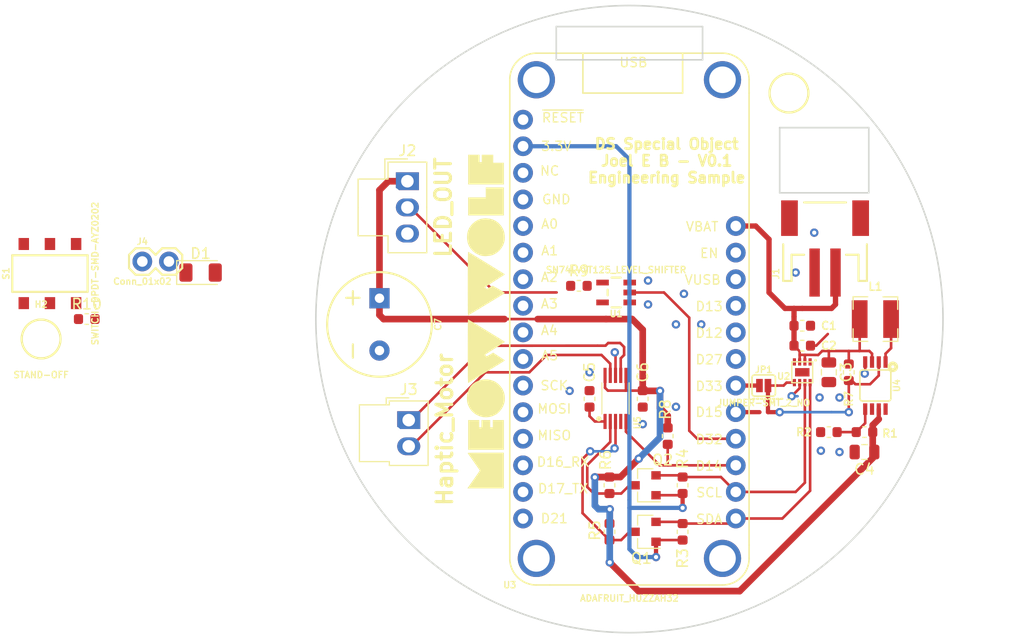
<source format=kicad_pcb>
(kicad_pcb (version 20171130) (host pcbnew "(5.0.0-3-g5ebb6b6)")

  (general
    (thickness 1.6)
    (drawings 23)
    (tracks 224)
    (zones 0)
    (modules 36)
    (nets 24)
  )

  (page A4)
  (layers
    (0 F.Cu signal)
    (31 B.Cu signal)
    (32 B.Adhes user)
    (33 F.Adhes user)
    (34 B.Paste user)
    (35 F.Paste user)
    (36 B.SilkS user)
    (37 F.SilkS user)
    (38 B.Mask user)
    (39 F.Mask user)
    (40 Dwgs.User user)
    (41 Cmts.User user)
    (42 Eco1.User user)
    (43 Eco2.User user)
    (44 Edge.Cuts user)
    (45 Margin user)
    (46 B.CrtYd user)
    (47 F.CrtYd user)
    (48 B.Fab user)
    (49 F.Fab user)
  )

  (setup
    (last_trace_width 0.25)
    (user_trace_width 0.406)
    (user_trace_width 0.508)
    (user_trace_width 0.635)
    (trace_clearance 0.2)
    (zone_clearance 0.3)
    (zone_45_only no)
    (trace_min 0.2)
    (segment_width 0.2)
    (edge_width 0.15)
    (via_size 0.8)
    (via_drill 0.4)
    (via_min_size 0.4)
    (via_min_drill 0.3)
    (uvia_size 0.3)
    (uvia_drill 0.1)
    (uvias_allowed no)
    (uvia_min_size 0.2)
    (uvia_min_drill 0.1)
    (pcb_text_width 0.3)
    (pcb_text_size 1.5 1.5)
    (mod_edge_width 0.15)
    (mod_text_size 1 1)
    (mod_text_width 0.15)
    (pad_size 3.8 3.8)
    (pad_drill 3.8)
    (pad_to_mask_clearance 0.2)
    (aux_axis_origin 0 0)
    (visible_elements FFFFFF7F)
    (pcbplotparams
      (layerselection 0x010f8_ffffffff)
      (usegerberextensions false)
      (usegerberattributes false)
      (usegerberadvancedattributes false)
      (creategerberjobfile false)
      (excludeedgelayer true)
      (linewidth 0.100000)
      (plotframeref false)
      (viasonmask true)
      (mode 1)
      (useauxorigin false)
      (hpglpennumber 1)
      (hpglpenspeed 20)
      (hpglpendiameter 15.000000)
      (psnegative false)
      (psa4output false)
      (plotreference true)
      (plotvalue false)
      (plotinvisibletext false)
      (padsonsilk false)
      (subtractmaskfromsilk false)
      (outputformat 1)
      (mirror false)
      (drillshape 0)
      (scaleselection 1)
      (outputdirectory "Gerbs/"))
  )

  (net 0 "")
  (net 1 GND)
  (net 2 +3V3)
  (net 3 LIPO)
  (net 4 +5V)
  (net 5 "Net-(C5-Pad1)")
  (net 6 LED_BUFFERED)
  (net 7 OUT+)
  (net 8 OUT-)
  (net 9 SDA_3V3)
  (net 10 SDA_5V)
  (net 11 SCL_5V)
  (net 12 SCL_3V3)
  (net 13 "Net-(R1-Pad2)")
  (net 14 LED)
  (net 15 "Net-(JP1-Pad2)")
  (net 16 ALERT)
  (net 17 EN)
  (net 18 MOTOR_EN)
  (net 19 "Net-(L1-Pad2)")
  (net 20 "Net-(J2-Pad2)")
  (net 21 "Net-(J1-Pad2)")
  (net 22 VUSB)
  (net 23 "Net-(D1-Pad2)")

  (net_class Default "This is the default net class."
    (clearance 0.2)
    (trace_width 0.25)
    (via_dia 0.8)
    (via_drill 0.4)
    (uvia_dia 0.3)
    (uvia_drill 0.1)
    (add_net +3V3)
    (add_net +5V)
    (add_net ALERT)
    (add_net EN)
    (add_net GND)
    (add_net LED)
    (add_net LED_BUFFERED)
    (add_net LIPO)
    (add_net MOTOR_EN)
    (add_net "Net-(C5-Pad1)")
    (add_net "Net-(D1-Pad2)")
    (add_net "Net-(J1-Pad2)")
    (add_net "Net-(J2-Pad2)")
    (add_net "Net-(JP1-Pad2)")
    (add_net "Net-(L1-Pad2)")
    (add_net "Net-(R1-Pad2)")
    (add_net OUT+)
    (add_net OUT-)
    (add_net SCL_3V3)
    (add_net SCL_5V)
    (add_net SDA_3V3)
    (add_net SDA_5V)
    (add_net VUSB)
  )

  (module Inductor_SMD:L_Bourns-SRN4026 (layer F.Cu) (tedit 5BBF7C0F) (tstamp 5BBFB548)
    (at 67.564 165.989)
    (descr "Bourns SRN6028 series SMD inductor")
    (tags "Bourns SRN6028 SMD inductor")
    (path /5BBC58EF)
    (attr smd)
    (fp_text reference L1 (at 0 -3.1) (layer F.SilkS)
      (effects (font (size 0.75 0.75) (thickness 0.15)))
    )
    (fp_text value 2.2UH (at 0.2 3) (layer F.Fab) hide
      (effects (font (size 1 1) (thickness 0.15)))
    )
    (fp_line (start -2 -2) (end -2 2) (layer F.Fab) (width 0.1))
    (fp_line (start 2 -2) (end -2 -2) (layer F.Fab) (width 0.1))
    (fp_line (start 2 2) (end 2 -2) (layer F.Fab) (width 0.1))
    (fp_line (start -2 2) (end 2 2) (layer F.Fab) (width 0.1))
    (fp_line (start -2.1297 2.1263) (end -0.7297 2.1263) (layer F.SilkS) (width 0.12))
    (fp_line (start 2.1403 2.1263) (end 0.7403 2.1263) (layer F.SilkS) (width 0.12))
    (fp_line (start -2.1297 2.1263) (end -2.1297 0.9263) (layer F.SilkS) (width 0.12))
    (fp_line (start 2.1403 2.1263) (end 2.1403 0.9263) (layer F.SilkS) (width 0.12))
    (fp_line (start 2.1303 -2.1237) (end 2.1303 -0.9237) (layer F.SilkS) (width 0.12))
    (fp_line (start 2.1303 -2.1237) (end 0.7303 -2.1237) (layer F.SilkS) (width 0.12))
    (fp_line (start -2.1297 -2.1337) (end -0.7297 -2.1337) (layer F.SilkS) (width 0.12))
    (fp_line (start -2.1297 -2.1337) (end -2.1297 -0.9337) (layer F.SilkS) (width 0.12))
    (pad 2 smd rect (at 1.5 0) (size 1.5 3.6) (layers F.Cu F.Paste F.Mask)
      (net 19 "Net-(L1-Pad2)"))
    (pad 1 smd rect (at -1.5 0) (size 1.5 3.6) (layers F.Cu F.Paste F.Mask)
      (net 3 LIPO))
    (model ${KISYS3DMOD}/Inductor_SMD.3dshapes/L_Bourns-SRN6028.wrl
      (at (xyz 0 0 0))
      (scale (xyz 1 1 1))
      (rotate (xyz 0 0 0))
    )
  )

  (module Capacitor_SMD:C_0603_1608Metric (layer F.Cu) (tedit 5BBF7BFC) (tstamp 5BBE8EB2)
    (at 60.579 166.624)
    (descr "Capacitor SMD 0603 (1608 Metric), square (rectangular) end terminal, IPC_7351 nominal, (Body size source: http://www.tortai-tech.com/upload/download/2011102023233369053.pdf), generated with kicad-footprint-generator")
    (tags capacitor)
    (path /5BBB19C3)
    (attr smd)
    (fp_text reference C1 (at 2.54 0) (layer F.SilkS)
      (effects (font (size 0.75 0.75) (thickness 0.15)))
    )
    (fp_text value 0.1uF (at 0 1.43) (layer F.Fab) hide
      (effects (font (size 1 1) (thickness 0.15)))
    )
    (fp_text user %R (at 0 0) (layer F.Fab) hide
      (effects (font (size 0.4 0.4) (thickness 0.06)))
    )
    (fp_line (start 1.48 0.73) (end -1.48 0.73) (layer F.CrtYd) (width 0.05))
    (fp_line (start 1.48 -0.73) (end 1.48 0.73) (layer F.CrtYd) (width 0.05))
    (fp_line (start -1.48 -0.73) (end 1.48 -0.73) (layer F.CrtYd) (width 0.05))
    (fp_line (start -1.48 0.73) (end -1.48 -0.73) (layer F.CrtYd) (width 0.05))
    (fp_line (start -0.162779 0.51) (end 0.162779 0.51) (layer F.SilkS) (width 0.12))
    (fp_line (start -0.162779 -0.51) (end 0.162779 -0.51) (layer F.SilkS) (width 0.12))
    (fp_line (start 0.8 0.4) (end -0.8 0.4) (layer F.Fab) (width 0.1))
    (fp_line (start 0.8 -0.4) (end 0.8 0.4) (layer F.Fab) (width 0.1))
    (fp_line (start -0.8 -0.4) (end 0.8 -0.4) (layer F.Fab) (width 0.1))
    (fp_line (start -0.8 0.4) (end -0.8 -0.4) (layer F.Fab) (width 0.1))
    (pad 2 smd roundrect (at 0.7875 0) (size 0.875 0.95) (layers F.Cu F.Paste F.Mask) (roundrect_rratio 0.25)
      (net 1 GND))
    (pad 1 smd roundrect (at -0.7875 0) (size 0.875 0.95) (layers F.Cu F.Paste F.Mask) (roundrect_rratio 0.25)
      (net 3 LIPO))
    (model ${KISYS3DMOD}/Capacitor_SMD.3dshapes/C_0603_1608Metric.wrl
      (at (xyz 0 0 0))
      (scale (xyz 1 1 1))
      (rotate (xyz 0 0 0))
    )
  )

  (module Capacitor_SMD:C_0603_1608Metric (layer F.Cu) (tedit 5BBF7BF7) (tstamp 5BBFADAC)
    (at 60.579 168.529)
    (descr "Capacitor SMD 0603 (1608 Metric), square (rectangular) end terminal, IPC_7351 nominal, (Body size source: http://www.tortai-tech.com/upload/download/2011102023233369053.pdf), generated with kicad-footprint-generator")
    (tags capacitor)
    (path /5BBAAE92)
    (attr smd)
    (fp_text reference C2 (at 2.54 0) (layer F.SilkS)
      (effects (font (size 0.75 0.75) (thickness 0.15)))
    )
    (fp_text value 10uF (at 0 1.43) (layer F.Fab) hide
      (effects (font (size 1 1) (thickness 0.15)))
    )
    (fp_text user %R (at 0 0) (layer F.Fab) hide
      (effects (font (size 0.4 0.4) (thickness 0.06)))
    )
    (fp_line (start 1.48 0.73) (end -1.48 0.73) (layer F.CrtYd) (width 0.05))
    (fp_line (start 1.48 -0.73) (end 1.48 0.73) (layer F.CrtYd) (width 0.05))
    (fp_line (start -1.48 -0.73) (end 1.48 -0.73) (layer F.CrtYd) (width 0.05))
    (fp_line (start -1.48 0.73) (end -1.48 -0.73) (layer F.CrtYd) (width 0.05))
    (fp_line (start -0.162779 0.51) (end 0.162779 0.51) (layer F.SilkS) (width 0.12))
    (fp_line (start -0.162779 -0.51) (end 0.162779 -0.51) (layer F.SilkS) (width 0.12))
    (fp_line (start 0.8 0.4) (end -0.8 0.4) (layer F.Fab) (width 0.1))
    (fp_line (start 0.8 -0.4) (end 0.8 0.4) (layer F.Fab) (width 0.1))
    (fp_line (start -0.8 -0.4) (end 0.8 -0.4) (layer F.Fab) (width 0.1))
    (fp_line (start -0.8 0.4) (end -0.8 -0.4) (layer F.Fab) (width 0.1))
    (pad 2 smd roundrect (at 0.7875 0) (size 0.875 0.95) (layers F.Cu F.Paste F.Mask) (roundrect_rratio 0.25)
      (net 1 GND))
    (pad 1 smd roundrect (at -0.7875 0) (size 0.875 0.95) (layers F.Cu F.Paste F.Mask) (roundrect_rratio 0.25)
      (net 3 LIPO))
    (model ${KISYS3DMOD}/Capacitor_SMD.3dshapes/C_0603_1608Metric.wrl
      (at (xyz 0 0 0))
      (scale (xyz 1 1 1))
      (rotate (xyz 0 0 0))
    )
  )

  (module Resistor_SMD:R_0603_1608Metric (layer F.Cu) (tedit 5BBF7C04) (tstamp 5BBE8E52)
    (at 66.5225 176.784 180)
    (descr "Resistor SMD 0603 (1608 Metric), square (rectangular) end terminal, IPC_7351 nominal, (Body size source: http://www.tortai-tech.com/upload/download/2011102023233369053.pdf), generated with kicad-footprint-generator")
    (tags resistor)
    (path /5BB75850)
    (attr smd)
    (fp_text reference R1 (at -2.4385 -0.127 180) (layer F.SilkS)
      (effects (font (size 0.75 0.75) (thickness 0.15)))
    )
    (fp_text value 750KΩ (at 0 1.43 180) (layer F.Fab) hide
      (effects (font (size 1 1) (thickness 0.15)))
    )
    (fp_text user %R (at 0 0 180) (layer F.Fab) hide
      (effects (font (size 0.4 0.4) (thickness 0.06)))
    )
    (fp_line (start 1.48 0.73) (end -1.48 0.73) (layer F.CrtYd) (width 0.05))
    (fp_line (start 1.48 -0.73) (end 1.48 0.73) (layer F.CrtYd) (width 0.05))
    (fp_line (start -1.48 -0.73) (end 1.48 -0.73) (layer F.CrtYd) (width 0.05))
    (fp_line (start -1.48 0.73) (end -1.48 -0.73) (layer F.CrtYd) (width 0.05))
    (fp_line (start -0.162779 0.51) (end 0.162779 0.51) (layer F.SilkS) (width 0.12))
    (fp_line (start -0.162779 -0.51) (end 0.162779 -0.51) (layer F.SilkS) (width 0.12))
    (fp_line (start 0.8 0.4) (end -0.8 0.4) (layer F.Fab) (width 0.1))
    (fp_line (start 0.8 -0.4) (end 0.8 0.4) (layer F.Fab) (width 0.1))
    (fp_line (start -0.8 -0.4) (end 0.8 -0.4) (layer F.Fab) (width 0.1))
    (fp_line (start -0.8 0.4) (end -0.8 -0.4) (layer F.Fab) (width 0.1))
    (pad 2 smd roundrect (at 0.7875 0 180) (size 0.875 0.95) (layers F.Cu F.Paste F.Mask) (roundrect_rratio 0.25)
      (net 13 "Net-(R1-Pad2)"))
    (pad 1 smd roundrect (at -0.7875 0 180) (size 0.875 0.95) (layers F.Cu F.Paste F.Mask) (roundrect_rratio 0.25)
      (net 4 +5V))
    (model ${KISYS3DMOD}/Resistor_SMD.3dshapes/R_0603_1608Metric.wrl
      (at (xyz 0 0 0))
      (scale (xyz 1 1 1))
      (rotate (xyz 0 0 0))
    )
  )

  (module Resistor_SMD:R_0603_1608Metric (layer F.Cu) (tedit 5BBF7BB8) (tstamp 5BBFAA42)
    (at 63.119 176.784 180)
    (descr "Resistor SMD 0603 (1608 Metric), square (rectangular) end terminal, IPC_7351 nominal, (Body size source: http://www.tortai-tech.com/upload/download/2011102023233369053.pdf), generated with kicad-footprint-generator")
    (tags resistor)
    (path /5BB75795)
    (attr smd)
    (fp_text reference R2 (at 2.3875 0) (layer F.SilkS)
      (effects (font (size 0.75 0.75) (thickness 0.15)))
    )
    (fp_text value 100KΩ (at 0 1.43 180) (layer F.Fab) hide
      (effects (font (size 1 1) (thickness 0.15)))
    )
    (fp_line (start -0.8 0.4) (end -0.8 -0.4) (layer F.Fab) (width 0.1))
    (fp_line (start -0.8 -0.4) (end 0.8 -0.4) (layer F.Fab) (width 0.1))
    (fp_line (start 0.8 -0.4) (end 0.8 0.4) (layer F.Fab) (width 0.1))
    (fp_line (start 0.8 0.4) (end -0.8 0.4) (layer F.Fab) (width 0.1))
    (fp_line (start -0.162779 -0.51) (end 0.162779 -0.51) (layer F.SilkS) (width 0.12))
    (fp_line (start -0.162779 0.51) (end 0.162779 0.51) (layer F.SilkS) (width 0.12))
    (fp_line (start -1.48 0.73) (end -1.48 -0.73) (layer F.CrtYd) (width 0.05))
    (fp_line (start -1.48 -0.73) (end 1.48 -0.73) (layer F.CrtYd) (width 0.05))
    (fp_line (start 1.48 -0.73) (end 1.48 0.73) (layer F.CrtYd) (width 0.05))
    (fp_line (start 1.48 0.73) (end -1.48 0.73) (layer F.CrtYd) (width 0.05))
    (fp_text user %R (at -1.6765 -1.651 180) (layer F.Fab) hide
      (effects (font (size 0.4 0.4) (thickness 0.06)))
    )
    (pad 1 smd roundrect (at -0.7875 0 180) (size 0.875 0.95) (layers F.Cu F.Paste F.Mask) (roundrect_rratio 0.25)
      (net 13 "Net-(R1-Pad2)"))
    (pad 2 smd roundrect (at 0.7875 0 180) (size 0.875 0.95) (layers F.Cu F.Paste F.Mask) (roundrect_rratio 0.25)
      (net 1 GND))
    (model ${KISYS3DMOD}/Resistor_SMD.3dshapes/R_0603_1608Metric.wrl
      (at (xyz 0 0 0))
      (scale (xyz 1 1 1))
      (rotate (xyz 0 0 0))
    )
  )

  (module Batteries:LIPO-1000 (layer F.Cu) (tedit 5BAAA402) (tstamp 5BC4348A)
    (at 27.305 191.389)
    (descr "1000MAH LITHIUM POLYMER (LIPO) BATTERY OUTLINE")
    (tags "1000MAH LITHIUM POLYMER (LIPO) BATTERY OUTLINE")
    (path /5BFCAFA4)
    (attr virtual)
    (fp_text reference BT1 (at 18.30324 -51.29784) (layer F.SilkS) hide
      (effects (font (size 0.6096 0.6096) (thickness 0.127)))
    )
    (fp_text value LIPO-OUTLINE2000 (at 18.60804 -50.8889) (layer F.SilkS) hide
      (effects (font (size 0.6096 0.6096) (thickness 0.127)))
    )
    (fp_line (start 0 0) (end 33.49752 0) (layer Dwgs.User) (width 0.2032))
    (fp_line (start 33.49752 0) (end 33.49752 -50.8) (layer Dwgs.User) (width 0.2032))
    (fp_line (start 33.49752 -50.8) (end 0 -50.8) (layer Dwgs.User) (width 0.2032))
    (fp_line (start 0 -50.8) (end 0 0) (layer Dwgs.User) (width 0.2032))
  )

  (module Connector_Molex:Molex_Nano-Fit_105309-xx03_1x03_P2.50mm_Vertical (layer F.Cu) (tedit 5BBF7AB5) (tstamp 5BBFD799)
    (at 22.86 152.821)
    (descr "Molex Nano-Fit Power Connectors, 105309-xx03, 3 Pins per row (http://www.molex.com/pdm_docs/sd/1053091203_sd.pdf), generated with kicad-footprint-generator")
    (tags "connector Molex Nano-Fit side entry")
    (path /5BFED081)
    (fp_text reference J2 (at 0 -2.92) (layer F.SilkS)
      (effects (font (size 1 1) (thickness 0.15)))
    )
    (fp_text value Conn_01x03 (at 0 7.92) (layer F.Fab) hide
      (effects (font (size 1 1) (thickness 0.15)))
    )
    (fp_text user %R (at 1.1 2.5 90) (layer F.Fab)
      (effects (font (size 0.87 0.87) (thickness 0.13)))
    )
    (fp_line (start 0 -1.012893) (end 0.5 -1.72) (layer F.Fab) (width 0.1))
    (fp_line (start -0.5 -1.72) (end 0 -1.012893) (layer F.Fab) (width 0.1))
    (fp_line (start -2.15 -2.13) (end -2.15 -0.21) (layer F.SilkS) (width 0.12))
    (fp_line (start 0 -2.13) (end -2.15 -2.13) (layer F.SilkS) (width 0.12))
    (fp_line (start -2.02 0.4) (end -4.1 0.4) (layer F.Fab) (width 0.1))
    (fp_line (start -2.02 4.6) (end -2.02 0.4) (layer F.Fab) (width 0.1))
    (fp_line (start -4.1 4.6) (end -2.02 4.6) (layer F.Fab) (width 0.1))
    (fp_line (start -4.1 0.4) (end -4.1 4.6) (layer F.Fab) (width 0.1))
    (fp_line (start -5.1 5.6) (end -5.1 2.5) (layer F.CrtYd) (width 0.05))
    (fp_line (start -2.24 5.6) (end -5.1 5.6) (layer F.CrtYd) (width 0.05))
    (fp_line (start -2.24 7.22) (end -2.24 5.6) (layer F.CrtYd) (width 0.05))
    (fp_line (start 2.24 7.22) (end -2.24 7.22) (layer F.CrtYd) (width 0.05))
    (fp_line (start 2.24 2.5) (end 2.24 7.22) (layer F.CrtYd) (width 0.05))
    (fp_line (start -5.1 -0.6) (end -5.1 2.5) (layer F.CrtYd) (width 0.05))
    (fp_line (start -2.24 -0.6) (end -5.1 -0.6) (layer F.CrtYd) (width 0.05))
    (fp_line (start -2.24 -2.22) (end -2.24 -0.6) (layer F.CrtYd) (width 0.05))
    (fp_line (start 2.24 -2.22) (end -2.24 -2.22) (layer F.CrtYd) (width 0.05))
    (fp_line (start 2.24 2.5) (end 2.24 -2.22) (layer F.CrtYd) (width 0.05))
    (fp_line (start -4.71 5.21) (end -4.71 2.5) (layer F.SilkS) (width 0.12))
    (fp_line (start -1.85 5.21) (end -4.71 5.21) (layer F.SilkS) (width 0.12))
    (fp_line (start -1.85 6.83) (end -1.85 5.21) (layer F.SilkS) (width 0.12))
    (fp_line (start 1.85 6.83) (end -1.85 6.83) (layer F.SilkS) (width 0.12))
    (fp_line (start 1.85 2.5) (end 1.85 6.83) (layer F.SilkS) (width 0.12))
    (fp_line (start -4.71 -0.21) (end -4.71 2.5) (layer F.SilkS) (width 0.12))
    (fp_line (start -1.85 -0.21) (end -4.71 -0.21) (layer F.SilkS) (width 0.12))
    (fp_line (start -1.85 -1.83) (end -1.85 -0.21) (layer F.SilkS) (width 0.12))
    (fp_line (start 1.85 -1.83) (end -1.85 -1.83) (layer F.SilkS) (width 0.12))
    (fp_line (start 1.85 2.5) (end 1.85 -1.83) (layer F.SilkS) (width 0.12))
    (fp_line (start -4.6 5.1) (end -4.6 2.5) (layer F.Fab) (width 0.1))
    (fp_line (start -1.74 5.1) (end -4.6 5.1) (layer F.Fab) (width 0.1))
    (fp_line (start -1.74 6.72) (end -1.74 5.1) (layer F.Fab) (width 0.1))
    (fp_line (start 1.74 6.72) (end -1.74 6.72) (layer F.Fab) (width 0.1))
    (fp_line (start 1.74 2.5) (end 1.74 6.72) (layer F.Fab) (width 0.1))
    (fp_line (start -4.6 -0.1) (end -4.6 2.5) (layer F.Fab) (width 0.1))
    (fp_line (start -1.74 -0.1) (end -4.6 -0.1) (layer F.Fab) (width 0.1))
    (fp_line (start -1.74 -1.72) (end -1.74 -0.1) (layer F.Fab) (width 0.1))
    (fp_line (start 1.74 -1.72) (end -1.74 -1.72) (layer F.Fab) (width 0.1))
    (fp_line (start 1.74 2.5) (end 1.74 -1.72) (layer F.Fab) (width 0.1))
    (pad "" np_thru_hole circle (at -1.34 1.25) (size 1.3 1.3) (drill 1.3) (layers *.Cu *.Mask))
    (pad 3 thru_hole oval (at 0 5) (size 2.2 1.7) (drill 1.2) (layers *.Cu *.Mask)
      (net 1 GND))
    (pad 2 thru_hole oval (at 0 2.5) (size 2.2 1.7) (drill 1.2) (layers *.Cu *.Mask)
      (net 20 "Net-(J2-Pad2)"))
    (pad 1 thru_hole rect (at 0 0) (size 2.2 1.7) (drill 1.2) (layers *.Cu *.Mask)
      (net 4 +5V))
    (model ${KISYS3DMOD}/Connector_Molex.3dshapes/Molex_Nano-Fit_105309-xx03_1x03_P2.50mm_Vertical.wrl
      (at (xyz 0 0 0))
      (scale (xyz 1 1 1))
      (rotate (xyz 0 0 0))
    )
  )

  (module Connector_Molex:Molex_Nano-Fit_105309-xx02_1x02_P2.50mm_Vertical (layer F.Cu) (tedit 5BBF7ABE) (tstamp 5BBFD4FF)
    (at 22.987 175.641)
    (descr "Molex Nano-Fit Power Connectors, 105309-xx02, 2 Pins per row (http://www.molex.com/pdm_docs/sd/1053091203_sd.pdf), generated with kicad-footprint-generator")
    (tags "connector Molex Nano-Fit side entry")
    (path /5BFEC5A0)
    (fp_text reference J3 (at 0 -2.92) (layer F.SilkS)
      (effects (font (size 1 1) (thickness 0.15)))
    )
    (fp_text value Conn_01x02 (at 0 5.42) (layer F.Fab) hide
      (effects (font (size 1 1) (thickness 0.15)))
    )
    (fp_line (start 1.74 1.25) (end 1.74 -1.72) (layer F.Fab) (width 0.1))
    (fp_line (start 1.74 -1.72) (end -1.74 -1.72) (layer F.Fab) (width 0.1))
    (fp_line (start -1.74 -1.72) (end -1.74 -1.35) (layer F.Fab) (width 0.1))
    (fp_line (start -1.74 -1.35) (end -4.6 -1.35) (layer F.Fab) (width 0.1))
    (fp_line (start -4.6 -1.35) (end -4.6 1.25) (layer F.Fab) (width 0.1))
    (fp_line (start 1.74 1.25) (end 1.74 4.22) (layer F.Fab) (width 0.1))
    (fp_line (start 1.74 4.22) (end -1.74 4.22) (layer F.Fab) (width 0.1))
    (fp_line (start -1.74 4.22) (end -1.74 3.85) (layer F.Fab) (width 0.1))
    (fp_line (start -1.74 3.85) (end -4.6 3.85) (layer F.Fab) (width 0.1))
    (fp_line (start -4.6 3.85) (end -4.6 1.25) (layer F.Fab) (width 0.1))
    (fp_line (start 1.85 1.25) (end 1.85 -1.83) (layer F.SilkS) (width 0.12))
    (fp_line (start 1.85 -1.83) (end -1.85 -1.83) (layer F.SilkS) (width 0.12))
    (fp_line (start -1.85 -1.83) (end -1.85 -1.46) (layer F.SilkS) (width 0.12))
    (fp_line (start -1.85 -1.46) (end -4.71 -1.46) (layer F.SilkS) (width 0.12))
    (fp_line (start -4.71 -1.46) (end -4.71 1.25) (layer F.SilkS) (width 0.12))
    (fp_line (start 1.85 1.25) (end 1.85 4.33) (layer F.SilkS) (width 0.12))
    (fp_line (start 1.85 4.33) (end -1.85 4.33) (layer F.SilkS) (width 0.12))
    (fp_line (start -1.85 4.33) (end -1.85 3.96) (layer F.SilkS) (width 0.12))
    (fp_line (start -1.85 3.96) (end -4.71 3.96) (layer F.SilkS) (width 0.12))
    (fp_line (start -4.71 3.96) (end -4.71 1.25) (layer F.SilkS) (width 0.12))
    (fp_line (start 2.24 1.25) (end 2.24 -2.22) (layer F.CrtYd) (width 0.05))
    (fp_line (start 2.24 -2.22) (end -2.24 -2.22) (layer F.CrtYd) (width 0.05))
    (fp_line (start -2.24 -2.22) (end -2.24 -1.85) (layer F.CrtYd) (width 0.05))
    (fp_line (start -2.24 -1.85) (end -5.1 -1.85) (layer F.CrtYd) (width 0.05))
    (fp_line (start -5.1 -1.85) (end -5.1 1.25) (layer F.CrtYd) (width 0.05))
    (fp_line (start 2.24 1.25) (end 2.24 4.72) (layer F.CrtYd) (width 0.05))
    (fp_line (start 2.24 4.72) (end -2.24 4.72) (layer F.CrtYd) (width 0.05))
    (fp_line (start -2.24 4.72) (end -2.24 4.35) (layer F.CrtYd) (width 0.05))
    (fp_line (start -2.24 4.35) (end -5.1 4.35) (layer F.CrtYd) (width 0.05))
    (fp_line (start -5.1 4.35) (end -5.1 1.25) (layer F.CrtYd) (width 0.05))
    (fp_line (start -4.1 -0.85) (end -4.1 3.35) (layer F.Fab) (width 0.1))
    (fp_line (start -4.1 3.35) (end -2.02 3.35) (layer F.Fab) (width 0.1))
    (fp_line (start -2.02 3.35) (end -2.02 -0.85) (layer F.Fab) (width 0.1))
    (fp_line (start -2.02 -0.85) (end -4.1 -0.85) (layer F.Fab) (width 0.1))
    (fp_line (start 0 -2.13) (end -2.15 -2.13) (layer F.SilkS) (width 0.12))
    (fp_line (start -2.15 -2.13) (end -2.15 -1.46) (layer F.SilkS) (width 0.12))
    (fp_line (start -0.5 -1.72) (end 0 -1.012893) (layer F.Fab) (width 0.1))
    (fp_line (start 0 -1.012893) (end 0.5 -1.72) (layer F.Fab) (width 0.1))
    (fp_text user %R (at 1.1 1.25 90) (layer F.Fab)
      (effects (font (size 0.87 0.87) (thickness 0.13)))
    )
    (pad 1 thru_hole rect (at 0 0) (size 2.2 1.7) (drill 1.2) (layers *.Cu *.Mask)
      (net 7 OUT+))
    (pad 2 thru_hole oval (at 0 2.5) (size 2.2 1.7) (drill 1.2) (layers *.Cu *.Mask)
      (net 8 OUT-))
    (pad "" np_thru_hole circle (at -1.34 1.25) (size 1.3 1.3) (drill 1.3) (layers *.Cu *.Mask))
    (model ${KISYS3DMOD}/Connector_Molex.3dshapes/Molex_Nano-Fit_105309-xx02_1x02_P2.50mm_Vertical.wrl
      (at (xyz 0 0 0))
      (scale (xyz 1 1 1))
      (rotate (xyz 0 0 0))
    )
  )

  (module Hardware:STAND-OFF (layer F.Cu) (tedit 5BAAA149) (tstamp 5BB86084)
    (at 59.309 144.399)
    (descr "STANDOFF (#4 SCREW)")
    (tags "STANDOFF (#4 SCREW)")
    (path /5BFF313E)
    (attr virtual)
    (fp_text reference H1 (at 0 -3.302) (layer F.SilkS) hide
      (effects (font (size 0.6096 0.6096) (thickness 0.127)))
    )
    (fp_text value STAND-OFF (at 0 3.429) (layer F.SilkS) hide
      (effects (font (size 0.6096 0.6096) (thickness 0.127)))
    )
    (fp_circle (center 0 0) (end 0 -2.794) (layer F.CrtYd) (width 0.127))
    (fp_arc (start 0 0) (end 0 -1.8542) (angle 180) (layer F.SilkS) (width 0.2032))
    (fp_arc (start 0 0) (end 0 1.8542) (angle 180) (layer F.SilkS) (width 0.2032))
    (fp_arc (start 0 0) (end 0 -1.8542) (angle 180) (layer F.SilkS) (width 0.2032))
    (fp_arc (start 0 0) (end 0 1.8542) (angle 180) (layer F.SilkS) (width 0.2032))
    (pad "" np_thru_hole circle (at 0 0) (size 3.302 3.302) (drill 3.302) (layers *.Cu *.Mask)
      (solder_mask_margin 0.1016))
  )

  (module MeowWolf_Logos:MW_Logo_Horizontal_1.25inch (layer F.Cu) (tedit 0) (tstamp 5BB86369)
    (at 30.353 166.243 90)
    (path /5BFF34AE)
    (fp_text reference LOGO1 (at 0 0 90) (layer F.SilkS) hide
      (effects (font (size 1.524 1.524) (thickness 0.3)))
    )
    (fp_text value MeowWolf_Logo_Horizontal (at 0.75 0 90) (layer F.SilkS) hide
      (effects (font (size 1.524 1.524) (thickness 0.3)))
    )
    (fp_poly (pts (xy -6.95904 -1.775946) (xy -6.662579 -1.70553) (xy -6.429573 -1.613287) (xy -6.174703 -1.454958)
      (xy -5.957523 -1.251526) (xy -5.78025 -1.010746) (xy -5.6451 -0.740372) (xy -5.554287 -0.448161)
      (xy -5.510028 -0.141866) (xy -5.514539 0.170757) (xy -5.570033 0.481954) (xy -5.678729 0.783969)
      (xy -5.72048 0.868656) (xy -5.889932 1.125967) (xy -6.108174 1.354723) (xy -6.363355 1.545749)
      (xy -6.643629 1.689869) (xy -6.87847 1.76535) (xy -7.083104 1.798053) (xy -7.312647 1.809819)
      (xy -7.540192 1.800691) (xy -7.73883 1.770714) (xy -7.766416 1.76391) (xy -8.05151 1.659855)
      (xy -8.323496 1.505922) (xy -8.568533 1.312279) (xy -8.77278 1.089093) (xy -8.861534 0.959385)
      (xy -9.007221 0.661571) (xy -9.094264 0.353107) (xy -9.125237 0.040782) (xy -9.102714 -0.268614)
      (xy -9.029268 -0.568293) (xy -8.907472 -0.851465) (xy -8.739901 -1.111342) (xy -8.529129 -1.341134)
      (xy -8.277728 -1.534054) (xy -7.988273 -1.683311) (xy -7.839515 -1.736541) (xy -7.565937 -1.793062)
      (xy -7.266302 -1.80566) (xy -6.95904 -1.775946)) (layer F.SilkS) (width 0.01))
    (fp_poly (pts (xy -2.385454 -1.718602) (xy -1.969844 -1.718037) (xy -1.577098 -1.717129) (xy -1.211574 -1.715904)
      (xy -0.877631 -1.71439) (xy -0.579629 -1.712615) (xy -0.321925 -1.710605) (xy -0.108879 -1.708388)
      (xy 0.055151 -1.705991) (xy 0.165806 -1.703441) (xy 0.218728 -1.700766) (xy 0.222807 -1.699779)
      (xy 0.206724 -1.669361) (xy 0.160746 -1.590289) (xy 0.088283 -1.46816) (xy -0.007257 -1.308575)
      (xy -0.122463 -1.117131) (xy -0.253927 -0.899426) (xy -0.398239 -0.66106) (xy -0.551991 -0.40763)
      (xy -0.711773 -0.144735) (xy -0.874176 0.122026) (xy -1.03579 0.387056) (xy -1.193208 0.644754)
      (xy -1.343018 0.889524) (xy -1.481813 1.115767) (xy -1.606183 1.317883) (xy -1.712719 1.490275)
      (xy -1.798011 1.627344) (xy -1.858651 1.723492) (xy -1.891229 1.77312) (xy -1.89509 1.778176)
      (xy -1.92983 1.800763) (xy -1.963368 1.77445) (xy -1.982043 1.746347) (xy -2.0144 1.695103)
      (xy -2.074389 1.60092) (xy -2.155227 1.474413) (xy -2.250134 1.3262) (xy -2.324963 1.209524)
      (xy -2.448482 1.016639) (xy -2.584453 0.803621) (xy -2.718827 0.59252) (xy -2.837555 0.405389)
      (xy -2.871859 0.351147) (xy -2.960907 0.210642) (xy -3.037707 0.090321) (xy -3.095972 -0.000033)
      (xy -3.129416 -0.050637) (xy -3.134667 -0.057808) (xy -3.165981 -0.050707) (xy -3.220177 -0.016046)
      (xy -3.274756 0.029092) (xy -3.307217 0.067625) (xy -3.309275 0.074772) (xy -3.294415 0.111701)
      (xy -3.253407 0.190773) (xy -3.192911 0.299577) (xy -3.134587 0.400319) (xy -2.958898 0.69884)
      (xy -3.317607 1.255804) (xy -3.42576 1.42227) (xy -3.522864 1.568957) (xy -3.603533 1.687954)
      (xy -3.662379 1.771348) (xy -3.694018 1.81123) (xy -3.697335 1.813527) (xy -3.717111 1.787211)
      (xy -3.767085 1.711027) (xy -3.844427 1.589529) (xy -3.946304 1.427268) (xy -4.069885 1.228795)
      (xy -4.212338 0.998665) (xy -4.370832 0.741427) (xy -4.542535 0.461636) (xy -4.724614 0.163842)
      (xy -4.779541 0.073802) (xy -4.964139 -0.229095) (xy -5.138871 -0.516059) (xy -5.300923 -0.782452)
      (xy -5.447484 -1.023639) (xy -5.57574 -1.234985) (xy -5.682879 -1.411854) (xy -5.766089 -1.549611)
      (xy -5.822557 -1.64362) (xy -5.849471 -1.689245) (xy -5.851336 -1.692739) (xy -5.82177 -1.696456)
      (xy -5.732884 -1.700014) (xy -5.589015 -1.703377) (xy -5.394503 -1.706507) (xy -5.153685 -1.709366)
      (xy -4.870901 -1.711918) (xy -4.550489 -1.714126) (xy -4.196786 -1.715951) (xy -3.814133 -1.717357)
      (xy -3.406866 -1.718306) (xy -2.979325 -1.718761) (xy -2.819569 -1.718797) (xy -2.385454 -1.718602)) (layer F.SilkS) (width 0.01))
    (fp_poly (pts (xy 4.080981 -1.718528) (xy 4.496127 -1.717746) (xy 4.888239 -1.71649) (xy 5.252978 -1.714796)
      (xy 5.586006 -1.712703) (xy 5.882985 -1.710248) (xy 6.139575 -1.707468) (xy 6.351439 -1.704402)
      (xy 6.514238 -1.701087) (xy 6.623633 -1.69756) (xy 6.675287 -1.69386) (xy 6.678906 -1.692478)
      (xy 6.657869 -1.654047) (xy 6.607364 -1.568098) (xy 6.530787 -1.440157) (xy 6.43153 -1.275749)
      (xy 6.312989 -1.0804) (xy 6.178558 -0.859636) (xy 6.03163 -0.618982) (xy 5.875601 -0.363964)
      (xy 5.713863 -0.100109) (xy 5.549813 0.16706) (xy 5.386843 0.432015) (xy 5.228348 0.689232)
      (xy 5.077722 0.933184) (xy 4.938359 1.158346) (xy 4.813654 1.359192) (xy 4.707001 1.530197)
      (xy 4.621794 1.665835) (xy 4.561427 1.76058) (xy 4.529294 1.808906) (xy 4.524979 1.814041)
      (xy 4.498352 1.788693) (xy 4.454085 1.724404) (xy 4.426788 1.678765) (xy 4.387167 1.61298)
      (xy 4.318929 1.503575) (xy 4.228229 1.360251) (xy 4.121223 1.192711) (xy 4.004065 1.010659)
      (xy 3.947386 0.923058) (xy 3.825117 0.733766) (xy 3.707799 0.550934) (xy 3.60218 0.385169)
      (xy 3.515005 0.247076) (xy 3.453021 0.147261) (xy 3.436157 0.119361) (xy 3.378934 0.027169)
      (xy 3.333861 -0.038198) (xy 3.310797 -0.062514) (xy 3.277597 -0.043531) (xy 3.217651 0.001533)
      (xy 3.207413 0.009833) (xy 3.120465 0.081036) (xy 3.27903 0.344815) (xy 3.347432 0.462728)
      (xy 3.40101 0.562931) (xy 3.432422 0.631271) (xy 3.437594 0.650467) (xy 3.422082 0.687837)
      (xy 3.379538 0.769349) (xy 3.315953 0.884721) (xy 3.237316 1.02367) (xy 3.149617 1.175914)
      (xy 3.058846 1.33117) (xy 2.970993 1.479155) (xy 2.892048 1.609588) (xy 2.828001 1.712185)
      (xy 2.784841 1.776664) (xy 2.772983 1.791378) (xy 2.737859 1.787115) (xy 2.685493 1.728129)
      (xy 2.666058 1.698583) (xy 2.596236 1.585884) (xy 2.503112 1.434481) (xy 2.390071 1.249953)
      (xy 2.260499 1.037883) (xy 2.11778 0.803852) (xy 1.965301 0.55344) (xy 1.806447 0.29223)
      (xy 1.644604 0.025803) (xy 1.483156 -0.240261) (xy 1.32549 -0.500379) (xy 1.174991 -0.748971)
      (xy 1.035045 -0.980455) (xy 0.909036 -1.18925) (xy 0.800351 -1.369774) (xy 0.712375 -1.516447)
      (xy 0.648494 -1.623687) (xy 0.612092 -1.685912) (xy 0.604762 -1.699649) (xy 0.635865 -1.702381)
      (xy 0.726269 -1.704997) (xy 0.871614 -1.707468) (xy 1.067542 -1.709769) (xy 1.309695 -1.711871)
      (xy 1.593712 -1.713746) (xy 1.915237 -1.715368) (xy 2.26991 -1.716709) (xy 2.653372 -1.717742)
      (xy 3.061265 -1.718438) (xy 3.48923 -1.718771) (xy 3.647139 -1.718797) (xy 4.080981 -1.718528)) (layer F.SilkS) (width 0.01))
    (fp_poly (pts (xy 8.420914 -1.771577) (xy 8.725184 -1.69213) (xy 9.003931 -1.556586) (xy 9.263566 -1.362305)
      (xy 9.357895 -1.273183) (xy 9.571773 -1.022816) (xy 9.726984 -0.755454) (xy 9.826234 -0.464368)
      (xy 9.87223 -0.142826) (xy 9.87626 0.015915) (xy 9.844169 0.361255) (xy 9.754907 0.68144)
      (xy 9.611431 0.972224) (xy 9.416697 1.229362) (xy 9.173663 1.448606) (xy 8.885286 1.62571)
      (xy 8.698389 1.70746) (xy 8.504518 1.761428) (xy 8.274224 1.795076) (xy 8.031852 1.807044)
      (xy 7.80175 1.795974) (xy 7.632148 1.766968) (xy 7.32049 1.655784) (xy 7.035524 1.490409)
      (xy 6.784438 1.277254) (xy 6.574419 1.022725) (xy 6.412657 0.733231) (xy 6.377688 0.648605)
      (xy 6.321964 0.452555) (xy 6.286046 0.220037) (xy 6.271747 -0.024355) (xy 6.280881 -0.256027)
      (xy 6.30097 -0.391676) (xy 6.360669 -0.589618) (xy 6.455961 -0.804442) (xy 6.574152 -1.011997)
      (xy 6.702544 -1.188134) (xy 6.743833 -1.234046) (xy 6.997926 -1.459797) (xy 7.272509 -1.626552)
      (xy 7.572015 -1.736174) (xy 7.900877 -1.790527) (xy 8.084712 -1.797566) (xy 8.420914 -1.771577)) (layer F.SilkS) (width 0.01))
    (fp_poly (pts (xy -15.827255 -1.693917) (xy -15.779068 -1.660146) (xy -15.686348 -1.595016) (xy -15.556617 -1.503817)
      (xy -15.397397 -1.391837) (xy -15.216207 -1.264364) (xy -15.020569 -1.126688) (xy -14.986776 -1.102903)
      (xy -14.793807 -0.967548) (xy -14.617755 -0.844955) (xy -14.465311 -0.739712) (xy -14.343164 -0.656406)
      (xy -14.258006 -0.599624) (xy -14.216528 -0.573954) (xy -14.213832 -0.572932) (xy -14.18384 -0.590625)
      (xy -14.108408 -0.640737) (xy -13.993991 -0.718818) (xy -13.847044 -0.820418) (xy -13.674023 -0.941088)
      (xy -13.481382 -1.076377) (xy -13.391216 -1.139992) (xy -13.190658 -1.281549) (xy -13.005849 -1.411723)
      (xy -12.843467 -1.525831) (xy -12.710193 -1.61919) (xy -12.612702 -1.687117) (xy -12.557675 -1.724929)
      (xy -12.548809 -1.730717) (xy -12.539886 -1.724323) (xy -12.532318 -1.69092) (xy -12.526009 -1.626367)
      (xy -12.520863 -1.526524) (xy -12.516784 -1.387251) (xy -12.513676 -1.204407) (xy -12.511443 -0.973852)
      (xy -12.509988 -0.691445) (xy -12.509215 -0.353045) (xy -12.509022 -0.017793) (xy -12.509022 1.718797)
      (xy -15.914786 1.718797) (xy -15.914786 -1.754961) (xy -15.827255 -1.693917)) (layer F.SilkS) (width 0.01))
    (fp_poly (pts (xy -9.389724 -0.636591) (xy -10.089974 -0.636591) (xy -10.089974 -0.413784) (xy -9.389724 -0.413784)
      (xy -9.389724 0.413785) (xy -10.089974 0.413785) (xy -10.089974 0.668421) (xy -9.389724 0.668421)
      (xy -9.389724 1.718797) (xy -12.222556 1.718797) (xy -12.222556 -1.686967) (xy -9.389724 -1.686967)
      (xy -9.389724 -0.636591)) (layer F.SilkS) (width 0.01))
    (fp_poly (pts (xy 11.872432 0) (xy 12.827319 0) (xy 12.827319 1.718797) (xy 10.153635 1.718797)
      (xy 10.153635 -1.686967) (xy 11.872432 -1.686967) (xy 11.872432 0)) (layer F.SilkS) (width 0.01))
    (fp_poly (pts (xy 15.946617 -0.604762) (xy 15.246366 -0.604762) (xy 15.246366 -0.381955) (xy 15.946617 -0.381955)
      (xy 15.946617 0.700251) (xy 15.182707 0.700251) (xy 15.182707 1.718797) (xy 13.113785 1.718797)
      (xy 13.113785 -1.686967) (xy 15.946617 -1.686967) (xy 15.946617 -0.604762)) (layer F.SilkS) (width 0.01))
  )

  (module Capacitor_SMD:C_0603_1608Metric (layer F.Cu) (tedit 5BBF801C) (tstamp 5BC429BE)
    (at 40.259 173.609 90)
    (descr "Capacitor SMD 0603 (1608 Metric), square (rectangular) end terminal, IPC_7351 nominal, (Body size source: http://www.tortai-tech.com/upload/download/2011102023233369053.pdf), generated with kicad-footprint-generator")
    (tags capacitor)
    (path /5BA4AC1E)
    (attr smd)
    (fp_text reference C5 (at 2.54 0 90) (layer F.SilkS)
      (effects (font (size 1 1) (thickness 0.15)))
    )
    (fp_text value 1.0uF (at 0 1.43 90) (layer F.Fab) hide
      (effects (font (size 1 1) (thickness 0.15)))
    )
    (fp_text user %R (at 0 0 90) (layer F.Fab) hide
      (effects (font (size 0.4 0.4) (thickness 0.06)))
    )
    (fp_line (start 1.48 0.73) (end -1.48 0.73) (layer F.CrtYd) (width 0.05))
    (fp_line (start 1.48 -0.73) (end 1.48 0.73) (layer F.CrtYd) (width 0.05))
    (fp_line (start -1.48 -0.73) (end 1.48 -0.73) (layer F.CrtYd) (width 0.05))
    (fp_line (start -1.48 0.73) (end -1.48 -0.73) (layer F.CrtYd) (width 0.05))
    (fp_line (start -0.162779 0.51) (end 0.162779 0.51) (layer F.SilkS) (width 0.12))
    (fp_line (start -0.162779 -0.51) (end 0.162779 -0.51) (layer F.SilkS) (width 0.12))
    (fp_line (start 0.8 0.4) (end -0.8 0.4) (layer F.Fab) (width 0.1))
    (fp_line (start 0.8 -0.4) (end 0.8 0.4) (layer F.Fab) (width 0.1))
    (fp_line (start -0.8 -0.4) (end 0.8 -0.4) (layer F.Fab) (width 0.1))
    (fp_line (start -0.8 0.4) (end -0.8 -0.4) (layer F.Fab) (width 0.1))
    (pad 2 smd roundrect (at 0.7875 0 90) (size 0.875 0.95) (layers F.Cu F.Paste F.Mask) (roundrect_rratio 0.25)
      (net 1 GND))
    (pad 1 smd roundrect (at -0.7875 0 90) (size 0.875 0.95) (layers F.Cu F.Paste F.Mask) (roundrect_rratio 0.25)
      (net 5 "Net-(C5-Pad1)"))
    (model ${KISYS3DMOD}/Capacitor_SMD.3dshapes/C_0603_1608Metric.wrl
      (at (xyz 0 0 0))
      (scale (xyz 1 1 1))
      (rotate (xyz 0 0 0))
    )
  )

  (module Capacitor_SMD:C_0603_1608Metric (layer F.Cu) (tedit 5BBF8041) (tstamp 5BC429CF)
    (at 45.339 173.609 270)
    (descr "Capacitor SMD 0603 (1608 Metric), square (rectangular) end terminal, IPC_7351 nominal, (Body size source: http://www.tortai-tech.com/upload/download/2011102023233369053.pdf), generated with kicad-footprint-generator")
    (tags capacitor)
    (path /5BA4AAFB)
    (attr smd)
    (fp_text reference C6 (at -2.54 0 270) (layer F.SilkS)
      (effects (font (size 1 1) (thickness 0.15)))
    )
    (fp_text value 0.1uF (at 0 1.43 270) (layer F.Fab) hide
      (effects (font (size 1 1) (thickness 0.15)))
    )
    (fp_line (start -0.8 0.4) (end -0.8 -0.4) (layer F.Fab) (width 0.1))
    (fp_line (start -0.8 -0.4) (end 0.8 -0.4) (layer F.Fab) (width 0.1))
    (fp_line (start 0.8 -0.4) (end 0.8 0.4) (layer F.Fab) (width 0.1))
    (fp_line (start 0.8 0.4) (end -0.8 0.4) (layer F.Fab) (width 0.1))
    (fp_line (start -0.162779 -0.51) (end 0.162779 -0.51) (layer F.SilkS) (width 0.12))
    (fp_line (start -0.162779 0.51) (end 0.162779 0.51) (layer F.SilkS) (width 0.12))
    (fp_line (start -1.48 0.73) (end -1.48 -0.73) (layer F.CrtYd) (width 0.05))
    (fp_line (start -1.48 -0.73) (end 1.48 -0.73) (layer F.CrtYd) (width 0.05))
    (fp_line (start 1.48 -0.73) (end 1.48 0.73) (layer F.CrtYd) (width 0.05))
    (fp_line (start 1.48 0.73) (end -1.48 0.73) (layer F.CrtYd) (width 0.05))
    (fp_text user %R (at 0 0 270) (layer F.Fab) hide
      (effects (font (size 0.4 0.4) (thickness 0.06)))
    )
    (pad 1 smd roundrect (at -0.7875 0 270) (size 0.875 0.95) (layers F.Cu F.Paste F.Mask) (roundrect_rratio 0.25)
      (net 4 +5V))
    (pad 2 smd roundrect (at 0.7875 0 270) (size 0.875 0.95) (layers F.Cu F.Paste F.Mask) (roundrect_rratio 0.25)
      (net 1 GND))
    (model ${KISYS3DMOD}/Capacitor_SMD.3dshapes/C_0603_1608Metric.wrl
      (at (xyz 0 0 0))
      (scale (xyz 1 1 1))
      (rotate (xyz 0 0 0))
    )
  )

  (module Connectors:JST-2-SMD (layer F.Cu) (tedit 5BB6B5F1) (tstamp 5BBE8553)
    (at 62.755779 157.84576)
    (descr "JST-RIGHT ANGLE MALE HEADER SMT")
    (tags "JST-RIGHT ANGLE MALE HEADER SMT")
    (path /5BB2593E)
    (attr smd)
    (fp_text reference J1 (at -4.699 3.81 90) (layer F.SilkS)
      (effects (font (size 0.6096 0.6096) (thickness 0.127)))
    )
    (fp_text value JST_2MM_MALE (at 4.699 3.81 90) (layer F.SilkS) hide
      (effects (font (size 0.6096 0.6096) (thickness 0.127)))
    )
    (fp_line (start -3.99796 0.998221) (end -3.99796 4.49834) (layer F.SilkS) (width 0.2032))
    (fp_line (start -3.99796 4.49834) (end -3.19786 4.49834) (layer F.SilkS) (width 0.2032))
    (fp_line (start -3.19786 4.49834) (end -3.19786 1.99898) (layer F.SilkS) (width 0.2032))
    (fp_line (start -3.19786 1.99898) (end -1.99898 1.99898) (layer F.SilkS) (width 0.2032))
    (fp_line (start 1.99898 1.99898) (end 3.19786 1.99898) (layer F.SilkS) (width 0.2032))
    (fp_line (start 3.19786 1.99898) (end 3.19786 4.49834) (layer F.SilkS) (width 0.2032))
    (fp_line (start 3.19786 4.49834) (end 3.99796 4.49834) (layer F.SilkS) (width 0.2032))
    (fp_line (start 3.99796 4.49834) (end 3.99796 0.998221) (layer F.SilkS) (width 0.2032))
    (fp_line (start 1.99898 -2.99974) (end -1.99898 -2.99974) (layer F.SilkS) (width 0.2032))
    (pad 1 smd rect (at -0.998221 3.69824) (size 0.99822 4.59994) (layers F.Cu F.Paste F.Mask)
      (net 1 GND) (solder_mask_margin 0.1016))
    (pad 2 smd rect (at 0.998221 3.69824) (size 0.99822 4.59994) (layers F.Cu F.Paste F.Mask)
      (net 21 "Net-(J1-Pad2)") (solder_mask_margin 0.1016))
    (pad NC1 smd rect (at -3.39852 -1.4986 90) (size 3.39852 1.59766) (layers F.Cu F.Paste F.Mask)
      (solder_mask_margin 0.1016))
    (pad NC2 smd rect (at 3.39852 -1.4986 90) (size 3.39852 1.59766) (layers F.Cu F.Paste F.Mask)
      (solder_mask_margin 0.1016))
  )

  (module Package_TO_SOT_SMD:SOT-23 (layer F.Cu) (tedit 5BBE60D3) (tstamp 5BBF8BFD)
    (at 45.609 186.309 180)
    (descr "SOT-23, Standard")
    (tags SOT-23)
    (path /5BBB93A8)
    (attr smd)
    (fp_text reference Q1 (at 0.397 -2.54 180) (layer F.SilkS)
      (effects (font (size 1 1) (thickness 0.15)))
    )
    (fp_text value BSS138 (at 0 2.5 180) (layer F.Fab) hide
      (effects (font (size 1 1) (thickness 0.15)))
    )
    (fp_text user %R (at 0 0 270) (layer F.Fab)
      (effects (font (size 0.5 0.5) (thickness 0.075)))
    )
    (fp_line (start -0.7 -0.95) (end -0.7 1.5) (layer F.Fab) (width 0.1))
    (fp_line (start -0.15 -1.52) (end 0.7 -1.52) (layer F.Fab) (width 0.1))
    (fp_line (start -0.7 -0.95) (end -0.15 -1.52) (layer F.Fab) (width 0.1))
    (fp_line (start 0.7 -1.52) (end 0.7 1.52) (layer F.Fab) (width 0.1))
    (fp_line (start -0.7 1.52) (end 0.7 1.52) (layer F.Fab) (width 0.1))
    (fp_line (start 0.76 1.58) (end 0.76 0.65) (layer F.SilkS) (width 0.12))
    (fp_line (start 0.76 -1.58) (end 0.76 -0.65) (layer F.SilkS) (width 0.12))
    (fp_line (start -1.7 -1.75) (end 1.7 -1.75) (layer F.CrtYd) (width 0.05))
    (fp_line (start 1.7 -1.75) (end 1.7 1.75) (layer F.CrtYd) (width 0.05))
    (fp_line (start 1.7 1.75) (end -1.7 1.75) (layer F.CrtYd) (width 0.05))
    (fp_line (start -1.7 1.75) (end -1.7 -1.75) (layer F.CrtYd) (width 0.05))
    (fp_line (start 0.76 -1.58) (end -1.4 -1.58) (layer F.SilkS) (width 0.12))
    (fp_line (start 0.76 1.58) (end -0.7 1.58) (layer F.SilkS) (width 0.12))
    (pad 1 smd rect (at -1 -0.95 180) (size 0.9 0.8) (layers F.Cu F.Paste F.Mask)
      (net 2 +3V3))
    (pad 2 smd rect (at -1 0.95 180) (size 0.9 0.8) (layers F.Cu F.Paste F.Mask)
      (net 9 SDA_3V3))
    (pad 3 smd rect (at 1 0 180) (size 0.9 0.8) (layers F.Cu F.Paste F.Mask)
      (net 10 SDA_5V))
    (model ${KISYS3DMOD}/Package_TO_SOT_SMD.3dshapes/SOT-23.wrl
      (at (xyz 0 0 0))
      (scale (xyz 1 1 1))
      (rotate (xyz 0 0 0))
    )
  )

  (module Package_TO_SOT_SMD:SOT-23 (layer F.Cu) (tedit 5BBF7A68) (tstamp 5BBF7ABA)
    (at 45.609 181.864 180)
    (descr "SOT-23, Standard")
    (tags SOT-23)
    (path /5BBB991F)
    (attr smd)
    (fp_text reference Q2 (at -1.635 2.413 180) (layer F.SilkS)
      (effects (font (size 1 1) (thickness 0.15)))
    )
    (fp_text value BSS138 (at 0 2.5 180) (layer F.Fab) hide
      (effects (font (size 1 1) (thickness 0.15)))
    )
    (fp_line (start 0.76 1.58) (end -0.7 1.58) (layer F.SilkS) (width 0.12))
    (fp_line (start 0.76 -1.58) (end -1.4 -1.58) (layer F.SilkS) (width 0.12))
    (fp_line (start -1.7 1.75) (end -1.7 -1.75) (layer F.CrtYd) (width 0.05))
    (fp_line (start 1.7 1.75) (end -1.7 1.75) (layer F.CrtYd) (width 0.05))
    (fp_line (start 1.7 -1.75) (end 1.7 1.75) (layer F.CrtYd) (width 0.05))
    (fp_line (start -1.7 -1.75) (end 1.7 -1.75) (layer F.CrtYd) (width 0.05))
    (fp_line (start 0.76 -1.58) (end 0.76 -0.65) (layer F.SilkS) (width 0.12))
    (fp_line (start 0.76 1.58) (end 0.76 0.65) (layer F.SilkS) (width 0.12))
    (fp_line (start -0.7 1.52) (end 0.7 1.52) (layer F.Fab) (width 0.1))
    (fp_line (start 0.7 -1.52) (end 0.7 1.52) (layer F.Fab) (width 0.1))
    (fp_line (start -0.7 -0.95) (end -0.15 -1.52) (layer F.Fab) (width 0.1))
    (fp_line (start -0.15 -1.52) (end 0.7 -1.52) (layer F.Fab) (width 0.1))
    (fp_line (start -0.7 -0.95) (end -0.7 1.5) (layer F.Fab) (width 0.1))
    (fp_text user %R (at 0.905 -2.855 270) (layer F.Fab) hide
      (effects (font (size 0.5 0.5) (thickness 0.075)))
    )
    (pad 3 smd rect (at 1 0 180) (size 0.9 0.8) (layers F.Cu F.Paste F.Mask)
      (net 11 SCL_5V))
    (pad 2 smd rect (at -1 0.95 180) (size 0.9 0.8) (layers F.Cu F.Paste F.Mask)
      (net 12 SCL_3V3))
    (pad 1 smd rect (at -1 -0.95 180) (size 0.9 0.8) (layers F.Cu F.Paste F.Mask)
      (net 2 +3V3))
    (model ${KISYS3DMOD}/Package_TO_SOT_SMD.3dshapes/SOT-23.wrl
      (at (xyz 0 0 0))
      (scale (xyz 1 1 1))
      (rotate (xyz 0 0 0))
    )
  )

  (module Resistor_SMD:R_0603_1608Metric (layer F.Cu) (tedit 5BBF797A) (tstamp 5BC42A66)
    (at 49.149 186.309 90)
    (descr "Resistor SMD 0603 (1608 Metric), square (rectangular) end terminal, IPC_7351 nominal, (Body size source: http://www.tortai-tech.com/upload/download/2011102023233369053.pdf), generated with kicad-footprint-generator")
    (tags resistor)
    (path /5BBD44A4)
    (attr smd)
    (fp_text reference R3 (at -2.54 0 90) (layer F.SilkS)
      (effects (font (size 1 1) (thickness 0.15)))
    )
    (fp_text value 10KΩ (at 0 1.43 90) (layer F.Fab) hide
      (effects (font (size 1 1) (thickness 0.15)))
    )
    (fp_line (start -0.8 0.4) (end -0.8 -0.4) (layer F.Fab) (width 0.1))
    (fp_line (start -0.8 -0.4) (end 0.8 -0.4) (layer F.Fab) (width 0.1))
    (fp_line (start 0.8 -0.4) (end 0.8 0.4) (layer F.Fab) (width 0.1))
    (fp_line (start 0.8 0.4) (end -0.8 0.4) (layer F.Fab) (width 0.1))
    (fp_line (start -0.162779 -0.51) (end 0.162779 -0.51) (layer F.SilkS) (width 0.12))
    (fp_line (start -0.162779 0.51) (end 0.162779 0.51) (layer F.SilkS) (width 0.12))
    (fp_line (start -1.48 0.73) (end -1.48 -0.73) (layer F.CrtYd) (width 0.05))
    (fp_line (start -1.48 -0.73) (end 1.48 -0.73) (layer F.CrtYd) (width 0.05))
    (fp_line (start 1.48 -0.73) (end 1.48 0.73) (layer F.CrtYd) (width 0.05))
    (fp_line (start 1.48 0.73) (end -1.48 0.73) (layer F.CrtYd) (width 0.05))
    (fp_text user %R (at 0 0 90) (layer F.Fab)
      (effects (font (size 0.4 0.4) (thickness 0.06)))
    )
    (pad 1 smd roundrect (at -0.7875 0 90) (size 0.875 0.95) (layers F.Cu F.Paste F.Mask) (roundrect_rratio 0.25)
      (net 2 +3V3))
    (pad 2 smd roundrect (at 0.7875 0 90) (size 0.875 0.95) (layers F.Cu F.Paste F.Mask) (roundrect_rratio 0.25)
      (net 9 SDA_3V3))
    (model ${KISYS3DMOD}/Resistor_SMD.3dshapes/R_0603_1608Metric.wrl
      (at (xyz 0 0 0))
      (scale (xyz 1 1 1))
      (rotate (xyz 0 0 0))
    )
  )

  (module Resistor_SMD:R_0603_1608Metric (layer F.Cu) (tedit 5BBF7A4C) (tstamp 5BC42A77)
    (at 49.149 181.864 90)
    (descr "Resistor SMD 0603 (1608 Metric), square (rectangular) end terminal, IPC_7351 nominal, (Body size source: http://www.tortai-tech.com/upload/download/2011102023233369053.pdf), generated with kicad-footprint-generator")
    (tags resistor)
    (path /5BBD42A2)
    (attr smd)
    (fp_text reference R4 (at 2.54 0 90) (layer F.SilkS)
      (effects (font (size 1 1) (thickness 0.15)))
    )
    (fp_text value 10KΩ (at 0 1.43 90) (layer F.Fab) hide
      (effects (font (size 1 1) (thickness 0.15)))
    )
    (fp_line (start -0.8 0.4) (end -0.8 -0.4) (layer F.Fab) (width 0.1))
    (fp_line (start -0.8 -0.4) (end 0.8 -0.4) (layer F.Fab) (width 0.1))
    (fp_line (start 0.8 -0.4) (end 0.8 0.4) (layer F.Fab) (width 0.1))
    (fp_line (start 0.8 0.4) (end -0.8 0.4) (layer F.Fab) (width 0.1))
    (fp_line (start -0.162779 -0.51) (end 0.162779 -0.51) (layer F.SilkS) (width 0.12))
    (fp_line (start -0.162779 0.51) (end 0.162779 0.51) (layer F.SilkS) (width 0.12))
    (fp_line (start -1.48 0.73) (end -1.48 -0.73) (layer F.CrtYd) (width 0.05))
    (fp_line (start -1.48 -0.73) (end 1.48 -0.73) (layer F.CrtYd) (width 0.05))
    (fp_line (start 1.48 -0.73) (end 1.48 0.73) (layer F.CrtYd) (width 0.05))
    (fp_line (start 1.48 0.73) (end -1.48 0.73) (layer F.CrtYd) (width 0.05))
    (fp_text user %R (at 0 1.27 90) (layer F.Fab) hide
      (effects (font (size 0.4 0.4) (thickness 0.06)))
    )
    (pad 1 smd roundrect (at -0.7875 0 90) (size 0.875 0.95) (layers F.Cu F.Paste F.Mask) (roundrect_rratio 0.25)
      (net 2 +3V3))
    (pad 2 smd roundrect (at 0.7875 0 90) (size 0.875 0.95) (layers F.Cu F.Paste F.Mask) (roundrect_rratio 0.25)
      (net 12 SCL_3V3))
    (model ${KISYS3DMOD}/Resistor_SMD.3dshapes/R_0603_1608Metric.wrl
      (at (xyz 0 0 0))
      (scale (xyz 1 1 1))
      (rotate (xyz 0 0 0))
    )
  )

  (module Resistor_SMD:R_0603_1608Metric (layer F.Cu) (tedit 5BBF79B2) (tstamp 5BBF8224)
    (at 42.164 186.309 90)
    (descr "Resistor SMD 0603 (1608 Metric), square (rectangular) end terminal, IPC_7351 nominal, (Body size source: http://www.tortai-tech.com/upload/download/2011102023233369053.pdf), generated with kicad-footprint-generator")
    (tags resistor)
    (path /5BBD44F6)
    (attr smd)
    (fp_text reference R5 (at 0.127 -1.397 90) (layer F.SilkS)
      (effects (font (size 1 1) (thickness 0.15)))
    )
    (fp_text value 10KΩ (at 0 1.43 90) (layer F.Fab) hide
      (effects (font (size 1 1) (thickness 0.15)))
    )
    (fp_text user %R (at 4.2925 0 90) (layer F.Fab) hide
      (effects (font (size 0.4 0.4) (thickness 0.06)))
    )
    (fp_line (start 1.48 0.73) (end -1.48 0.73) (layer F.CrtYd) (width 0.05))
    (fp_line (start 1.48 -0.73) (end 1.48 0.73) (layer F.CrtYd) (width 0.05))
    (fp_line (start -1.48 -0.73) (end 1.48 -0.73) (layer F.CrtYd) (width 0.05))
    (fp_line (start -1.48 0.73) (end -1.48 -0.73) (layer F.CrtYd) (width 0.05))
    (fp_line (start -0.162779 0.51) (end 0.162779 0.51) (layer F.SilkS) (width 0.12))
    (fp_line (start -0.162779 -0.51) (end 0.162779 -0.51) (layer F.SilkS) (width 0.12))
    (fp_line (start 0.8 0.4) (end -0.8 0.4) (layer F.Fab) (width 0.1))
    (fp_line (start 0.8 -0.4) (end 0.8 0.4) (layer F.Fab) (width 0.1))
    (fp_line (start -0.8 -0.4) (end 0.8 -0.4) (layer F.Fab) (width 0.1))
    (fp_line (start -0.8 0.4) (end -0.8 -0.4) (layer F.Fab) (width 0.1))
    (pad 2 smd roundrect (at 0.7875 0 90) (size 0.875 0.95) (layers F.Cu F.Paste F.Mask) (roundrect_rratio 0.25)
      (net 4 +5V))
    (pad 1 smd roundrect (at -0.7875 0 90) (size 0.875 0.95) (layers F.Cu F.Paste F.Mask) (roundrect_rratio 0.25)
      (net 10 SDA_5V))
    (model ${KISYS3DMOD}/Resistor_SMD.3dshapes/R_0603_1608Metric.wrl
      (at (xyz 0 0 0))
      (scale (xyz 1 1 1))
      (rotate (xyz 0 0 0))
    )
  )

  (module Resistor_SMD:R_0603_1608Metric (layer F.Cu) (tedit 5BBF7A2C) (tstamp 5BC42A99)
    (at 42.164 181.864 90)
    (descr "Resistor SMD 0603 (1608 Metric), square (rectangular) end terminal, IPC_7351 nominal, (Body size source: http://www.tortai-tech.com/upload/download/2011102023233369053.pdf), generated with kicad-footprint-generator")
    (tags resistor)
    (path /5BBD434B)
    (attr smd)
    (fp_text reference R6 (at 2.413 -0.381 90) (layer F.SilkS)
      (effects (font (size 1 1) (thickness 0.15)))
    )
    (fp_text value 10KΩ (at 0 1.43 90) (layer F.Fab) hide
      (effects (font (size 1 1) (thickness 0.15)))
    )
    (fp_text user %R (at 0 0 90) (layer F.Fab)
      (effects (font (size 0.4 0.4) (thickness 0.06)))
    )
    (fp_line (start 1.48 0.73) (end -1.48 0.73) (layer F.CrtYd) (width 0.05))
    (fp_line (start 1.48 -0.73) (end 1.48 0.73) (layer F.CrtYd) (width 0.05))
    (fp_line (start -1.48 -0.73) (end 1.48 -0.73) (layer F.CrtYd) (width 0.05))
    (fp_line (start -1.48 0.73) (end -1.48 -0.73) (layer F.CrtYd) (width 0.05))
    (fp_line (start -0.162779 0.51) (end 0.162779 0.51) (layer F.SilkS) (width 0.12))
    (fp_line (start -0.162779 -0.51) (end 0.162779 -0.51) (layer F.SilkS) (width 0.12))
    (fp_line (start 0.8 0.4) (end -0.8 0.4) (layer F.Fab) (width 0.1))
    (fp_line (start 0.8 -0.4) (end 0.8 0.4) (layer F.Fab) (width 0.1))
    (fp_line (start -0.8 -0.4) (end 0.8 -0.4) (layer F.Fab) (width 0.1))
    (fp_line (start -0.8 0.4) (end -0.8 -0.4) (layer F.Fab) (width 0.1))
    (pad 2 smd roundrect (at 0.7875 0 90) (size 0.875 0.95) (layers F.Cu F.Paste F.Mask) (roundrect_rratio 0.25)
      (net 4 +5V))
    (pad 1 smd roundrect (at -0.7875 0 90) (size 0.875 0.95) (layers F.Cu F.Paste F.Mask) (roundrect_rratio 0.25)
      (net 11 SCL_5V))
    (model ${KISYS3DMOD}/Resistor_SMD.3dshapes/R_0603_1608Metric.wrl
      (at (xyz 0 0 0))
      (scale (xyz 1 1 1))
      (rotate (xyz 0 0 0))
    )
  )

  (module Silicon-Standard:DFN-8 (layer F.Cu) (tedit 5BBE5E99) (tstamp 5BBE8DF0)
    (at 60.579 171.069 180)
    (descr "NOW FOLLOWS HTTP://PDFSERV.MAXIMINTEGRATED.COM/LAND_PATTERNS/90-0065.PDF")
    (tags "NOW FOLLOWS HTTP://PDFSERV.MAXIMINTEGRATED.COM/LAND_PATTERNS/90-0065.PDF")
    (path /5BF3611F)
    (attr smd)
    (fp_text reference U2 (at 1.778 -0.381 180) (layer F.SilkS)
      (effects (font (size 0.6096 0.6096) (thickness 0.127)))
    )
    (fp_text value MAX17048DFN8 (at -6.35 1.27 180) (layer F.SilkS) hide
      (effects (font (size 0.6096 0.6096) (thickness 0.127)))
    )
    (fp_line (start -0.99822 -0.99822) (end 0.99822 -0.99822) (layer F.SilkS) (width 0.127))
    (fp_line (start 0.99822 -0.99822) (end 0.99822 0.99822) (layer F.SilkS) (width 0.127))
    (fp_line (start 0.99822 0.99822) (end -0.99822 0.99822) (layer F.SilkS) (width 0.127))
    (fp_line (start -0.99822 0.99822) (end -0.99822 -0.99822) (layer F.SilkS) (width 0.127))
    (fp_circle (center -1.27 1.143) (end -1.27 1.07442) (layer F.SilkS) (width 0.127))
    (pad P$1 smd rect (at -0.7493 0.98806 270) (size 0.6985 0.29972) (layers F.Cu F.Paste F.Mask)
      (net 1 GND) (solder_mask_margin 0.1016))
    (pad P$2 smd rect (at -0.24892 0.98806 270) (size 0.6985 0.29972) (layers F.Cu F.Paste F.Mask)
      (net 3 LIPO) (solder_mask_margin 0.1016))
    (pad P$3 smd rect (at 0.24892 0.98806 270) (size 0.6985 0.29972) (layers F.Cu F.Paste F.Mask)
      (net 3 LIPO) (solder_mask_margin 0.1016))
    (pad P$4 smd rect (at 0.7493 0.98806 270) (size 0.6985 0.29972) (layers F.Cu F.Paste F.Mask)
      (net 1 GND) (solder_mask_margin 0.1016))
    (pad P$5 smd rect (at 0.7493 -0.98806 270) (size 0.6985 0.29972) (layers F.Cu F.Paste F.Mask)
      (net 16 ALERT) (solder_mask_margin 0.1016))
    (pad P$6 smd rect (at 0.24892 -0.98806 270) (size 0.6985 0.29972) (layers F.Cu F.Paste F.Mask)
      (net 1 GND) (solder_mask_margin 0.1016))
    (pad P$7 smd rect (at -0.24892 -0.98806 270) (size 0.6985 0.29972) (layers F.Cu F.Paste F.Mask)
      (net 12 SCL_3V3) (solder_mask_margin 0.1016))
    (pad P$8 smd rect (at -0.7493 -0.98806 270) (size 0.6985 0.29972) (layers F.Cu F.Paste F.Mask)
      (net 9 SDA_3V3) (solder_mask_margin 0.1016))
    (pad P$9 smd rect (at 0 0 180) (size 1.37922 0.79756) (layers F.Cu F.Paste F.Mask)
      (net 1 GND) (solder_mask_margin 0.1016))
  )

  (module MeowWolf_Templates:ADAFRUIT_HUZZAH32 (layer F.Cu) (tedit 5BA9445E) (tstamp 5BBF8763)
    (at 32.639 191.389)
    (descr "SPARKFUN ESP32 THING BOARD")
    (tags "SPARKFUN ESP32 THING BOARD")
    (path /5BA45DE5)
    (attr virtual)
    (fp_text reference U3 (at 0 0) (layer F.SilkS)
      (effects (font (size 0.6096 0.6096) (thickness 0.127)))
    )
    (fp_text value ADAFRUIT_HUZZAH32 (at 11.43 1.27) (layer F.SilkS)
      (effects (font (size 0.6096 0.6096) (thickness 0.127)))
    )
    (fp_text user NC (at 3.81 -39.5605) (layer F.SilkS)
      (effects (font (size 0.889 0.889) (thickness 0.127)))
    )
    (fp_text user GND (at 4.445 -36.83) (layer F.SilkS)
      (effects (font (size 0.889 0.889) (thickness 0.127)))
    )
    (fp_text user ~RESET (at 5.08 -44.63796) (layer F.SilkS)
      (effects (font (size 0.889 0.889) (thickness 0.127)))
    )
    (fp_text user A0 (at 3.81 -34.4805) (layer F.SilkS)
      (effects (font (size 0.889 0.889) (thickness 0.127)))
    )
    (fp_text user A1 (at 3.81 -31.93796) (layer F.SilkS)
      (effects (font (size 0.889 0.889) (thickness 0.127)))
    )
    (fp_text user A2 (at 3.7846 -29.4005) (layer F.SilkS)
      (effects (font (size 0.889 0.889) (thickness 0.127)))
    )
    (fp_text user A3 (at 3.7846 -26.8605) (layer F.SilkS)
      (effects (font (size 0.889 0.889) (thickness 0.127)))
    )
    (fp_text user A4 (at 3.7846 -24.3205) (layer F.SilkS)
      (effects (font (size 0.889 0.889) (thickness 0.127)))
    )
    (fp_text user A5 (at 3.81 -21.9075) (layer F.SilkS)
      (effects (font (size 0.889 0.889) (thickness 0.127)))
    )
    (fp_text user D16_RX (at 5.08 -11.7475) (layer F.SilkS)
      (effects (font (size 0.889 0.889) (thickness 0.127)))
    )
    (fp_text user D12 (at 19.05 -24.0665) (layer F.SilkS)
      (effects (font (size 0.889 0.889) (thickness 0.127)))
    )
    (fp_text user VBAT (at 18.3769 -34.2265) (layer F.SilkS)
      (effects (font (size 0.889 0.889) (thickness 0.127)))
    )
    (fp_text user D13 (at 19.05 -26.60396) (layer F.SilkS)
      (effects (font (size 0.889 0.889) (thickness 0.127)))
    )
    (fp_text user VUSB (at 18.4277 -29.1465) (layer F.SilkS)
      (effects (font (size 0.889 0.889) (thickness 0.127)))
    )
    (fp_text user EN (at 19.05 -31.6865) (layer F.SilkS)
      (effects (font (size 0.889 0.889) (thickness 0.127)))
    )
    (fp_text user D27 (at 19.05 -21.5265) (layer F.SilkS)
      (effects (font (size 0.889 0.889) (thickness 0.127)))
    )
    (fp_text user D33 (at 19.05 -18.9865) (layer F.SilkS)
      (effects (font (size 0.889 0.889) (thickness 0.127)))
    )
    (fp_text user D15 (at 19.05 -16.51) (layer F.SilkS)
      (effects (font (size 0.889 0.889) (thickness 0.127)))
    )
    (fp_text user D32 (at 19.05 -13.90396) (layer F.SilkS)
      (effects (font (size 0.889 0.889) (thickness 0.127)))
    )
    (fp_text user D14 (at 19.05 -11.3665) (layer F.SilkS)
      (effects (font (size 0.889 0.889) (thickness 0.127)))
    )
    (fp_text user SCL (at 19.05 -8.8265) (layer F.SilkS)
      (effects (font (size 0.889 0.889) (thickness 0.127)))
    )
    (fp_text user SDA (at 19.05 -6.2865) (layer F.SilkS)
      (effects (font (size 0.889 0.889) (thickness 0.127)))
    )
    (fp_text user MOSI (at 4.2545 -16.8275) (layer F.SilkS)
      (effects (font (size 0.889 0.889) (thickness 0.127)))
    )
    (fp_text user MISO (at 4.2545 -14.2875) (layer F.SilkS)
      (effects (font (size 0.889 0.889) (thickness 0.127)))
    )
    (fp_text user D17_TX (at 5.08 -9.20496) (layer F.SilkS)
      (effects (font (size 0.889 0.889) (thickness 0.127)))
    )
    (fp_text user D21 (at 4.2545 -6.35) (layer F.SilkS)
      (effects (font (size 0.889 0.889) (thickness 0.127)))
    )
    (fp_line (start 3.81 0) (end 19.05 0) (layer F.SilkS) (width 0.15))
    (fp_line (start 22.86 -3.81) (end 22.86 -46.99) (layer F.SilkS) (width 0.15))
    (fp_line (start 19.05 -50.8) (end 3.81 -50.8) (layer F.SilkS) (width 0.15))
    (fp_line (start 0 -46.99) (end 0 -3.81) (layer F.SilkS) (width 0.15))
    (fp_circle (center 1.27 -6.35) (end 1.27 -5.842) (layer Cmts.User) (width 0.05))
    (fp_line (start 0.762 -6.858) (end 1.778 -5.842) (layer Cmts.User) (width 0.05))
    (fp_line (start 1.778 -6.858) (end 0.762 -5.842) (layer Cmts.User) (width 0.05))
    (fp_line (start 1.778 -9.398) (end 0.762 -8.382) (layer Cmts.User) (width 0.05))
    (fp_line (start 1.778 -11.938) (end 0.762 -10.922) (layer Cmts.User) (width 0.05))
    (fp_line (start 1.778 -14.478) (end 0.762 -13.462) (layer Cmts.User) (width 0.05))
    (fp_line (start 1.778 -17.018) (end 0.762 -16.002) (layer Cmts.User) (width 0.05))
    (fp_line (start 1.778 -19.558) (end 0.762 -18.542) (layer Cmts.User) (width 0.05))
    (fp_line (start 1.778 -22.098) (end 0.762 -21.082) (layer Cmts.User) (width 0.05))
    (fp_line (start 1.778 -24.638) (end 0.762 -23.622) (layer Cmts.User) (width 0.05))
    (fp_line (start 1.778 -27.178) (end 0.762 -26.162) (layer Cmts.User) (width 0.05))
    (fp_line (start 1.778 -29.718) (end 0.762 -28.702) (layer Cmts.User) (width 0.05))
    (fp_line (start 1.778 -32.258) (end 0.762 -31.242) (layer Cmts.User) (width 0.05))
    (fp_line (start 1.778 -34.798) (end 0.762 -33.782) (layer Cmts.User) (width 0.05))
    (fp_line (start 1.778 -37.338) (end 0.762 -36.322) (layer Cmts.User) (width 0.05))
    (fp_line (start 1.778 -39.878) (end 0.762 -38.862) (layer Cmts.User) (width 0.05))
    (fp_line (start 1.778 -42.418) (end 0.762 -41.402) (layer Cmts.User) (width 0.05))
    (fp_line (start 1.778 -44.958) (end 0.762 -43.942) (layer Cmts.User) (width 0.05))
    (fp_line (start 22.098 -6.858) (end 21.082 -5.842) (layer Cmts.User) (width 0.05))
    (fp_line (start 22.098 -9.398) (end 21.082 -8.382) (layer Cmts.User) (width 0.05))
    (fp_line (start 22.098 -11.938) (end 21.082 -10.922) (layer Cmts.User) (width 0.05))
    (fp_line (start 22.098 -14.478) (end 21.082 -13.462) (layer Cmts.User) (width 0.05))
    (fp_line (start 22.098 -17.018) (end 21.082 -16.002) (layer Cmts.User) (width 0.05))
    (fp_line (start 22.098 -19.558) (end 21.082 -18.542) (layer Cmts.User) (width 0.05))
    (fp_line (start 22.098 -22.098) (end 21.082 -21.082) (layer Cmts.User) (width 0.05))
    (fp_line (start 22.098 -24.638) (end 21.082 -23.622) (layer Cmts.User) (width 0.05))
    (fp_line (start 22.098 -27.178) (end 21.082 -26.162) (layer Cmts.User) (width 0.05))
    (fp_line (start 22.098 -29.718) (end 21.082 -28.702) (layer Cmts.User) (width 0.05))
    (fp_line (start 22.098 -32.258) (end 21.082 -31.242) (layer Cmts.User) (width 0.05))
    (fp_line (start 22.098 -34.798) (end 21.082 -33.782) (layer Cmts.User) (width 0.05))
    (fp_line (start 0.762 -9.398) (end 1.778 -8.382) (layer Cmts.User) (width 0.05))
    (fp_line (start 0.762 -11.938) (end 1.778 -10.922) (layer Cmts.User) (width 0.05))
    (fp_line (start 0.762 -14.478) (end 1.778 -13.462) (layer Cmts.User) (width 0.05))
    (fp_line (start 0.762 -17.018) (end 1.778 -16.002) (layer Cmts.User) (width 0.05))
    (fp_line (start 0.762 -19.558) (end 1.778 -18.542) (layer Cmts.User) (width 0.05))
    (fp_line (start 0.762 -22.098) (end 1.778 -21.082) (layer Cmts.User) (width 0.05))
    (fp_line (start 0.762 -24.638) (end 1.778 -23.622) (layer Cmts.User) (width 0.05))
    (fp_line (start 0.762 -27.178) (end 1.778 -26.162) (layer Cmts.User) (width 0.05))
    (fp_line (start 0.762 -29.718) (end 1.778 -28.702) (layer Cmts.User) (width 0.05))
    (fp_line (start 0.762 -32.258) (end 1.778 -31.242) (layer Cmts.User) (width 0.05))
    (fp_line (start 0.762 -34.798) (end 1.778 -33.782) (layer Cmts.User) (width 0.05))
    (fp_line (start 0.762 -37.338) (end 1.778 -36.322) (layer Cmts.User) (width 0.05))
    (fp_line (start 0.762 -39.878) (end 1.778 -38.862) (layer Cmts.User) (width 0.05))
    (fp_line (start 0.762 -42.418) (end 1.778 -41.402) (layer Cmts.User) (width 0.05))
    (fp_line (start 0.762 -44.958) (end 1.778 -43.942) (layer Cmts.User) (width 0.05))
    (fp_line (start 21.082 -6.858) (end 22.098 -5.842) (layer Cmts.User) (width 0.05))
    (fp_line (start 21.082 -9.398) (end 22.098 -8.382) (layer Cmts.User) (width 0.05))
    (fp_line (start 21.082 -11.938) (end 22.098 -10.922) (layer Cmts.User) (width 0.05))
    (fp_line (start 21.082 -14.478) (end 22.098 -13.462) (layer Cmts.User) (width 0.05))
    (fp_line (start 21.082 -17.018) (end 22.098 -16.002) (layer Cmts.User) (width 0.05))
    (fp_line (start 21.082 -19.558) (end 22.098 -18.542) (layer Cmts.User) (width 0.05))
    (fp_line (start 21.082 -22.098) (end 22.098 -21.082) (layer Cmts.User) (width 0.05))
    (fp_line (start 21.082 -24.638) (end 22.098 -23.622) (layer Cmts.User) (width 0.05))
    (fp_line (start 21.082 -27.178) (end 22.098 -26.162) (layer Cmts.User) (width 0.05))
    (fp_line (start 21.082 -29.718) (end 22.098 -28.702) (layer Cmts.User) (width 0.05))
    (fp_line (start 21.082 -32.258) (end 22.098 -31.242) (layer Cmts.User) (width 0.05))
    (fp_line (start 21.082 -34.798) (end 22.098 -33.782) (layer Cmts.User) (width 0.05))
    (fp_circle (center 1.27 -8.89) (end 1.27 -8.382) (layer Cmts.User) (width 0.05))
    (fp_circle (center 1.27 -11.43) (end 1.27 -10.922) (layer Cmts.User) (width 0.05))
    (fp_circle (center 1.27 -13.97) (end 1.27 -13.462) (layer Cmts.User) (width 0.05))
    (fp_circle (center 1.27 -16.51) (end 1.27 -16.002) (layer Cmts.User) (width 0.05))
    (fp_circle (center 1.27 -19.05) (end 1.27 -18.542) (layer Cmts.User) (width 0.05))
    (fp_circle (center 1.27 -21.59) (end 1.27 -21.082) (layer Cmts.User) (width 0.05))
    (fp_circle (center 1.27 -24.13) (end 1.27 -23.622) (layer Cmts.User) (width 0.05))
    (fp_circle (center 1.27 -26.67) (end 1.27 -26.162) (layer Cmts.User) (width 0.05))
    (fp_circle (center 1.27 -29.21) (end 1.27 -28.702) (layer Cmts.User) (width 0.05))
    (fp_circle (center 1.27 -31.75) (end 1.27 -31.242) (layer Cmts.User) (width 0.05))
    (fp_circle (center 1.27 -34.29) (end 1.27 -33.782) (layer Cmts.User) (width 0.05))
    (fp_circle (center 1.27 -36.83) (end 1.27 -36.322) (layer Cmts.User) (width 0.05))
    (fp_circle (center 1.27 -39.37) (end 1.27 -38.862) (layer Cmts.User) (width 0.05))
    (fp_circle (center 1.27 -41.91) (end 1.27 -41.402) (layer Cmts.User) (width 0.05))
    (fp_circle (center 1.27 -44.45) (end 1.27 -43.942) (layer Cmts.User) (width 0.05))
    (fp_circle (center 21.59 -6.35) (end 21.59 -5.842) (layer Cmts.User) (width 0.05))
    (fp_circle (center 21.59 -8.89) (end 21.59 -8.382) (layer Cmts.User) (width 0.05))
    (fp_circle (center 21.59 -11.43) (end 21.59 -10.922) (layer Cmts.User) (width 0.05))
    (fp_circle (center 21.59 -13.97) (end 21.59 -13.462) (layer Cmts.User) (width 0.05))
    (fp_circle (center 21.59 -16.51) (end 21.59 -16.002) (layer Cmts.User) (width 0.05))
    (fp_circle (center 21.59 -19.05) (end 21.59 -18.542) (layer Cmts.User) (width 0.05))
    (fp_circle (center 21.59 -21.59) (end 21.59 -21.082) (layer Cmts.User) (width 0.05))
    (fp_circle (center 21.59 -24.13) (end 21.59 -23.622) (layer Cmts.User) (width 0.05))
    (fp_circle (center 21.59 -26.67) (end 21.59 -26.162) (layer Cmts.User) (width 0.05))
    (fp_circle (center 21.59 -29.21) (end 21.59 -28.702) (layer Cmts.User) (width 0.05))
    (fp_circle (center 21.59 -31.75) (end 21.59 -31.242) (layer Cmts.User) (width 0.05))
    (fp_circle (center 21.59 -34.29) (end 21.59 -33.782) (layer Cmts.User) (width 0.05))
    (fp_arc (start 2.54 -2.54) (end 2.54 0) (angle 90) (layer F.SilkS) (width 0.15))
    (fp_line (start 0 -2.54) (end 0 -3.81) (layer F.SilkS) (width 0.15))
    (fp_line (start 2.54 0) (end 3.81 0) (layer F.SilkS) (width 0.15))
    (fp_arc (start 20.32 -2.54) (end 22.86 -2.54) (angle 90) (layer F.SilkS) (width 0.15))
    (fp_line (start 19.05 0) (end 20.32 0) (layer F.SilkS) (width 0.15))
    (fp_line (start 22.86 -3.81) (end 22.86 -2.54) (layer F.SilkS) (width 0.15))
    (fp_arc (start 2.54 -48.26) (end 0 -48.26) (angle 90) (layer F.SilkS) (width 0.15))
    (fp_line (start 2.54 -50.8) (end 3.81 -50.8) (layer F.SilkS) (width 0.15))
    (fp_line (start 0 -48.26) (end 0 -46.99) (layer F.SilkS) (width 0.15))
    (fp_arc (start 20.32 -48.26) (end 20.32 -50.8) (angle 90) (layer F.SilkS) (width 0.15))
    (fp_line (start 19.05 -50.8) (end 20.32 -50.8) (layer F.SilkS) (width 0.15))
    (fp_line (start 22.86 -46.99) (end 22.86 -48.26) (layer F.SilkS) (width 0.15))
    (fp_text user SCK (at 4.2545 -19.05) (layer F.SilkS)
      (effects (font (size 0.889 0.889) (thickness 0.127)))
    )
    (fp_text user 3.3V (at 4.445 -41.91) (layer F.SilkS)
      (effects (font (size 0.889 0.889) (thickness 0.127)))
    )
    (fp_line (start 6.985 -50.8) (end 6.985 -46.99) (layer F.SilkS) (width 0.15))
    (fp_line (start 6.985 -46.99) (end 16.51 -46.99) (layer F.SilkS) (width 0.15))
    (fp_line (start 16.51 -46.99) (end 16.51 -50.8) (layer F.SilkS) (width 0.15))
    (fp_text user USB (at 11.811 -49.911) (layer F.SilkS)
      (effects (font (size 0.889 0.889) (thickness 0.127)))
    )
    (pad 16 thru_hole circle (at 1.27 -6.35) (size 1.8796 1.8796) (drill 1.016) (layers *.Cu *.Mask)
      (solder_mask_margin 0.1016))
    (pad 15 thru_hole circle (at 1.27 -8.89) (size 1.8796 1.8796) (drill 1.016) (layers *.Cu *.Mask)
      (solder_mask_margin 0.1016))
    (pad 14 thru_hole circle (at 1.27 -11.43) (size 1.8796 1.8796) (drill 1.016) (layers *.Cu *.Mask)
      (solder_mask_margin 0.1016))
    (pad 13 thru_hole circle (at 1.27 -13.97) (size 1.8796 1.8796) (drill 1.016) (layers *.Cu *.Mask)
      (solder_mask_margin 0.1016))
    (pad 12 thru_hole circle (at 1.27 -16.51) (size 1.8796 1.8796) (drill 1.016) (layers *.Cu *.Mask)
      (solder_mask_margin 0.1016))
    (pad 11 thru_hole circle (at 1.27 -19.05 90) (size 1.8796 1.8796) (drill 1.016) (layers *.Cu *.Mask)
      (solder_mask_margin 0.1016))
    (pad 10 thru_hole circle (at 1.27 -21.59) (size 1.8796 1.8796) (drill 1.016) (layers *.Cu *.Mask)
      (solder_mask_margin 0.1016))
    (pad 9 thru_hole circle (at 1.27 -24.13) (size 1.8796 1.8796) (drill 1.016) (layers *.Cu *.Mask)
      (solder_mask_margin 0.1016))
    (pad 8 thru_hole circle (at 1.27 -26.67) (size 1.8796 1.8796) (drill 1.016) (layers *.Cu *.Mask)
      (solder_mask_margin 0.1016))
    (pad 7 thru_hole circle (at 1.27 -29.21) (size 1.8796 1.8796) (drill 1.016) (layers *.Cu *.Mask)
      (solder_mask_margin 0.1016))
    (pad 6 thru_hole circle (at 1.27 -31.75) (size 1.8796 1.8796) (drill 1.016) (layers *.Cu *.Mask)
      (solder_mask_margin 0.1016))
    (pad 5 thru_hole circle (at 1.27 -34.29) (size 1.8796 1.8796) (drill 1.016) (layers *.Cu *.Mask)
      (solder_mask_margin 0.1016))
    (pad 4 thru_hole circle (at 1.27 -36.83) (size 1.8796 1.8796) (drill 1.016) (layers *.Cu *.Mask)
      (net 1 GND) (solder_mask_margin 0.1016))
    (pad 3 thru_hole circle (at 1.27 -39.37) (size 1.8796 1.8796) (drill 1.016) (layers *.Cu *.Mask)
      (solder_mask_margin 0.1016))
    (pad 2 thru_hole circle (at 1.27 -41.91) (size 1.8796 1.8796) (drill 1.016) (layers *.Cu *.Mask)
      (net 2 +3V3) (solder_mask_margin 0.1016))
    (pad 1 thru_hole circle (at 1.27 -44.45) (size 1.8796 1.8796) (drill 1.016) (layers *.Cu *.Mask)
      (solder_mask_margin 0.1016))
    (pad 28 thru_hole circle (at 21.59 -34.29) (size 1.8796 1.8796) (drill 1.016) (layers *.Cu *.Mask)
      (net 3 LIPO) (solder_mask_margin 0.1016))
    (pad 27 thru_hole circle (at 21.59 -31.75) (size 1.8796 1.8796) (drill 1.016) (layers *.Cu *.Mask)
      (solder_mask_margin 0.1016))
    (pad 26 thru_hole circle (at 21.59 -29.21) (size 1.8796 1.8796) (drill 1.016) (layers *.Cu *.Mask)
      (net 22 VUSB) (solder_mask_margin 0.1016))
    (pad 25 thru_hole circle (at 21.59 -26.67) (size 1.8796 1.8796) (drill 1.016) (layers *.Cu *.Mask)
      (solder_mask_margin 0.1016))
    (pad 24 thru_hole circle (at 21.59 -24.13) (size 1.8796 1.8796) (drill 1.016) (layers *.Cu *.Mask)
      (solder_mask_margin 0.1016))
    (pad 23 thru_hole circle (at 21.59 -21.59) (size 1.8796 1.8796) (drill 1.016) (layers *.Cu *.Mask)
      (solder_mask_margin 0.1016))
    (pad 22 thru_hole circle (at 21.59 -19.05) (size 1.8796 1.8796) (drill 1.016) (layers *.Cu *.Mask)
      (net 16 ALERT) (solder_mask_margin 0.1016))
    (pad 21 thru_hole circle (at 21.59 -16.51) (size 1.8796 1.8796) (drill 1.016) (layers *.Cu *.Mask)
      (net 17 EN) (solder_mask_margin 0.1016))
    (pad 20 thru_hole circle (at 21.59 -13.97) (size 1.8796 1.8796) (drill 1.016) (layers *.Cu *.Mask)
      (net 14 LED) (solder_mask_margin 0.1016))
    (pad 19 thru_hole circle (at 21.59 -11.43) (size 1.8796 1.8796) (drill 1.016) (layers *.Cu *.Mask)
      (net 18 MOTOR_EN) (solder_mask_margin 0.1016))
    (pad 18 thru_hole circle (at 21.59 -8.89) (size 1.8796 1.8796) (drill 1.016) (layers *.Cu *.Mask)
      (net 12 SCL_3V3) (solder_mask_margin 0.1016))
    (pad 17 thru_hole circle (at 21.59 -6.35) (size 1.8796 1.8796) (drill 1.016) (layers *.Cu *.Mask)
      (net 9 SDA_3V3) (solder_mask_margin 0.1016))
    (pad "" np_thru_hole circle (at 2.54 -2.54 90) (size 3.556 3.556) (drill 2.54) (layers *.Cu *.Mask))
    (pad "" np_thru_hole circle (at 2.54 -48.26 90) (size 3.556 3.556) (drill 2.54) (layers *.Cu *.Mask))
    (pad "" np_thru_hole circle (at 20.32 -2.54 90) (size 3.556 3.556) (drill 2.54) (layers *.Cu *.Mask))
    (pad "" np_thru_hole circle (at 20.32 -48.26 90) (size 3.556 3.556) (drill 2.54) (layers *.Cu *.Mask))
  )

  (module Silicon-Standard:MSOP8 (layer F.Cu) (tedit 5BBE5FCA) (tstamp 5BBE8D77)
    (at 67.564 172.339 180)
    (descr "8M, 8-LEAD, 0.118\" WIDE, MINIATURE SMALL OUTLINE PACKAGE")
    (tags "8M, 8-LEAD, 0.118\" WIDE, MINIATURE SMALL OUTLINE PACKAGE")
    (path /5BD4F120)
    (attr smd)
    (fp_text reference U4 (at -2.032 0 270) (layer F.SilkS)
      (effects (font (size 0.6096 0.6096) (thickness 0.127)))
    )
    (fp_text value PAM2401 (at 2.159 0 270) (layer F.SilkS) hide
      (effects (font (size 0.6096 0.6096) (thickness 0.127)))
    )
    (fp_line (start -1.17348 2.44856) (end -0.7747 2.44856) (layer Dwgs.User) (width 0.06604))
    (fp_line (start -0.7747 2.44856) (end -0.7747 1.5494) (layer Dwgs.User) (width 0.06604))
    (fp_line (start -1.17348 1.5494) (end -0.7747 1.5494) (layer Dwgs.User) (width 0.06604))
    (fp_line (start -1.17348 2.44856) (end -1.17348 1.5494) (layer Dwgs.User) (width 0.06604))
    (fp_line (start -0.52324 2.44856) (end -0.12446 2.44856) (layer Dwgs.User) (width 0.06604))
    (fp_line (start -0.12446 2.44856) (end -0.12446 1.5494) (layer Dwgs.User) (width 0.06604))
    (fp_line (start -0.52324 1.5494) (end -0.12446 1.5494) (layer Dwgs.User) (width 0.06604))
    (fp_line (start -0.52324 2.44856) (end -0.52324 1.5494) (layer Dwgs.User) (width 0.06604))
    (fp_line (start 0.12446 2.44856) (end 0.52324 2.44856) (layer Dwgs.User) (width 0.06604))
    (fp_line (start 0.52324 2.44856) (end 0.52324 1.5494) (layer Dwgs.User) (width 0.06604))
    (fp_line (start 0.12446 1.5494) (end 0.52324 1.5494) (layer Dwgs.User) (width 0.06604))
    (fp_line (start 0.12446 2.44856) (end 0.12446 1.5494) (layer Dwgs.User) (width 0.06604))
    (fp_line (start 0.7747 2.44856) (end 1.17348 2.44856) (layer Dwgs.User) (width 0.06604))
    (fp_line (start 1.17348 2.44856) (end 1.17348 1.5494) (layer Dwgs.User) (width 0.06604))
    (fp_line (start 0.7747 1.5494) (end 1.17348 1.5494) (layer Dwgs.User) (width 0.06604))
    (fp_line (start 0.7747 2.44856) (end 0.7747 1.5494) (layer Dwgs.User) (width 0.06604))
    (fp_line (start 0.7747 -1.5494) (end 1.17348 -1.5494) (layer Dwgs.User) (width 0.06604))
    (fp_line (start 1.17348 -1.5494) (end 1.17348 -2.44856) (layer Dwgs.User) (width 0.06604))
    (fp_line (start 0.7747 -2.44856) (end 1.17348 -2.44856) (layer Dwgs.User) (width 0.06604))
    (fp_line (start 0.7747 -1.5494) (end 0.7747 -2.44856) (layer Dwgs.User) (width 0.06604))
    (fp_line (start 0.12446 -1.5494) (end 0.52324 -1.5494) (layer Dwgs.User) (width 0.06604))
    (fp_line (start 0.52324 -1.5494) (end 0.52324 -2.44856) (layer Dwgs.User) (width 0.06604))
    (fp_line (start 0.12446 -2.44856) (end 0.52324 -2.44856) (layer Dwgs.User) (width 0.06604))
    (fp_line (start 0.12446 -1.5494) (end 0.12446 -2.44856) (layer Dwgs.User) (width 0.06604))
    (fp_line (start -0.52324 -1.5494) (end -0.12446 -1.5494) (layer Dwgs.User) (width 0.06604))
    (fp_line (start -0.12446 -1.5494) (end -0.12446 -2.44856) (layer Dwgs.User) (width 0.06604))
    (fp_line (start -0.52324 -2.44856) (end -0.12446 -2.44856) (layer Dwgs.User) (width 0.06604))
    (fp_line (start -0.52324 -1.5494) (end -0.52324 -2.44856) (layer Dwgs.User) (width 0.06604))
    (fp_line (start -1.17348 -1.5494) (end -0.7747 -1.5494) (layer Dwgs.User) (width 0.06604))
    (fp_line (start -0.7747 -1.5494) (end -0.7747 -2.44856) (layer Dwgs.User) (width 0.06604))
    (fp_line (start -1.17348 -2.44856) (end -0.7747 -2.44856) (layer Dwgs.User) (width 0.06604))
    (fp_line (start -1.17348 -1.5494) (end -1.17348 -2.44856) (layer Dwgs.User) (width 0.06604))
    (fp_line (start 1.23952 1.48844) (end -1.2192 1.48844) (layer F.SilkS) (width 0.1524))
    (fp_line (start -1.2192 -1.47828) (end 1.23952 -1.47828) (layer F.SilkS) (width 0.1524))
    (fp_line (start -1.47828 -1.22936) (end -1.47828 1.22936) (layer F.SilkS) (width 0.1524))
    (fp_line (start 1.47828 1.23952) (end 1.47828 -1.22936) (layer F.SilkS) (width 0.1524))
    (fp_circle (center -1.6637 1.7907) (end -1.6637 1.6383) (layer F.SilkS) (width 0.3556))
    (fp_arc (start -1.22936 -1.22936) (end -1.47828 -1.22936) (angle 90) (layer F.SilkS) (width 0.1524))
    (fp_arc (start 1.22936 -1.22936) (end 1.22936 -1.47828) (angle 90) (layer F.SilkS) (width 0.1524))
    (fp_arc (start 1.22936 1.23952) (end 1.47828 1.23952) (angle 90) (layer F.SilkS) (width 0.1524))
    (fp_arc (start -1.22936 1.23952) (end -1.22936 1.48844) (angle 90) (layer F.SilkS) (width 0.1524))
    (pad 1 smd rect (at -0.97282 2.2479 180) (size 0.39878 1.09982) (layers F.Cu F.Paste F.Mask)
      (net 19 "Net-(L1-Pad2)") (solder_mask_margin 0.1016))
    (pad 2 smd rect (at -0.32258 2.2479 180) (size 0.39878 1.09982) (layers F.Cu F.Paste F.Mask)
      (net 17 EN) (solder_mask_margin 0.1016))
    (pad 3 smd rect (at 0.32258 2.2479 180) (size 0.39878 1.09982) (layers F.Cu F.Paste F.Mask)
      (net 3 LIPO) (solder_mask_margin 0.1016))
    (pad 4 smd rect (at 0.97282 2.2479 180) (size 0.39878 1.09982) (layers F.Cu F.Paste F.Mask)
      (net 1 GND) (solder_mask_margin 0.1016))
    (pad 5 smd rect (at 0.97282 -2.2479 180) (size 0.39878 1.09982) (layers F.Cu F.Paste F.Mask)
      (net 13 "Net-(R1-Pad2)") (solder_mask_margin 0.1016))
    (pad 6 smd rect (at 0.32258 -2.2479 180) (size 0.39878 1.09982) (layers F.Cu F.Paste F.Mask)
      (solder_mask_margin 0.1016))
    (pad 7 smd rect (at -0.32258 -2.2479 180) (size 0.39878 1.09982) (layers F.Cu F.Paste F.Mask)
      (net 4 +5V) (solder_mask_margin 0.1016))
    (pad 8 smd rect (at -0.97282 -2.2479 180) (size 0.39878 1.09982) (layers F.Cu F.Paste F.Mask)
      (net 1 GND) (solder_mask_margin 0.1016))
  )

  (module Silicon-Standard:VSSOP-10 (layer F.Cu) (tedit 5BBF7F09) (tstamp 5BC435E4)
    (at 42.799 173.609 90)
    (path /5BA4A847)
    (attr smd)
    (fp_text reference U5 (at -2.286 2.032 90) (layer F.SilkS)
      (effects (font (size 0.6096 0.6096) (thickness 0.127)))
    )
    (fp_text value DRV2605L (at 0 1.905 90) (layer F.SilkS) hide
      (effects (font (size 0.6096 0.6096) (thickness 0.127)))
    )
    (fp_circle (center -1.905 -1.651) (end -1.778 -1.651) (layer F.SilkS) (width 0.254))
    (fp_line (start -1.45796 -1.3589) (end -1.45796 1.23952) (layer Dwgs.User) (width 0.09906))
    (fp_line (start -1.45796 1.23952) (end 1.53924 1.23952) (layer Dwgs.User) (width 0.09906))
    (fp_line (start 1.53924 1.23952) (end 1.53924 -1.3589) (layer Dwgs.User) (width 0.09906))
    (fp_line (start 1.53924 -1.3589) (end -1.45796 -1.3589) (layer Dwgs.User) (width 0.09906))
    (fp_line (start -1.45796 1.23952) (end 1.53924 1.23952) (layer F.SilkS) (width 0.09906))
    (fp_line (start -1.45796 -1.3589) (end 1.53924 -1.3589) (layer F.SilkS) (width 0.09906))
    (pad P$1 smd rect (at -2.159 -1.05918 90) (size 1.4478 0.29972) (layers F.Cu F.Paste F.Mask)
      (net 5 "Net-(C5-Pad1)") (solder_mask_margin 0.1016))
    (pad P$2 smd rect (at -2.159 -0.5588 90) (size 1.4478 0.29972) (layers F.Cu F.Paste F.Mask)
      (net 11 SCL_5V) (solder_mask_margin 0.1016))
    (pad P$3 smd rect (at -2.159 -0.05842 90) (size 1.4478 0.29972) (layers F.Cu F.Paste F.Mask)
      (net 10 SDA_5V) (solder_mask_margin 0.1016))
    (pad P$4 smd rect (at -2.159 0.43942 90) (size 1.4478 0.29972) (layers F.Cu F.Paste F.Mask)
      (solder_mask_margin 0.1016))
    (pad P$5 smd rect (at -2.159 0.9398 90) (size 1.4478 0.29972) (layers F.Cu F.Paste F.Mask)
      (net 18 MOTOR_EN) (solder_mask_margin 0.1016))
    (pad P$6 smd rect (at 2.24028 0.9398 90) (size 1.4478 0.29972) (layers F.Cu F.Paste F.Mask)
      (net 4 +5V) (solder_mask_margin 0.1016))
    (pad P$7 smd rect (at 2.24028 0.43942 90) (size 1.4478 0.29972) (layers F.Cu F.Paste F.Mask)
      (net 7 OUT+) (solder_mask_margin 0.1016))
    (pad P$8 smd rect (at 2.24028 -0.05842 90) (size 1.4478 0.29972) (layers F.Cu F.Paste F.Mask)
      (net 1 GND) (solder_mask_margin 0.1016))
    (pad P$9 smd rect (at 2.24028 -0.5588 90) (size 1.4478 0.29972) (layers F.Cu F.Paste F.Mask)
      (net 8 OUT-) (solder_mask_margin 0.1016))
    (pad P$10 smd rect (at 2.24028 -1.05918 90) (size 1.4478 0.29972) (layers F.Cu F.Paste F.Mask)
      (net 4 +5V) (solder_mask_margin 0.1016))
  )

  (module Resistor_SMD:R_0603_1608Metric (layer F.Cu) (tedit 5BBF870A) (tstamp 5BBE8D23)
    (at 65.024 171.069 270)
    (descr "Resistor SMD 0603 (1608 Metric), square (rectangular) end terminal, IPC_7351 nominal, (Body size source: http://www.tortai-tech.com/upload/download/2011102023233369053.pdf), generated with kicad-footprint-generator")
    (tags resistor)
    (path /5BB7DD43)
    (attr smd)
    (fp_text reference R7 (at 2.54 0 270) (layer F.SilkS)
      (effects (font (size 0.75 0.75) (thickness 0.15)))
    )
    (fp_text value 10KΩ (at 0 1.43 270) (layer F.Fab) hide
      (effects (font (size 1 1) (thickness 0.15)))
    )
    (fp_line (start -0.8 0.4) (end -0.8 -0.4) (layer F.Fab) (width 0.1))
    (fp_line (start -0.8 -0.4) (end 0.8 -0.4) (layer F.Fab) (width 0.1))
    (fp_line (start 0.8 -0.4) (end 0.8 0.4) (layer F.Fab) (width 0.1))
    (fp_line (start 0.8 0.4) (end -0.8 0.4) (layer F.Fab) (width 0.1))
    (fp_line (start -0.162779 -0.51) (end 0.162779 -0.51) (layer F.SilkS) (width 0.12))
    (fp_line (start -0.162779 0.51) (end 0.162779 0.51) (layer F.SilkS) (width 0.12))
    (fp_line (start -1.48 0.73) (end -1.48 -0.73) (layer F.CrtYd) (width 0.05))
    (fp_line (start -1.48 -0.73) (end 1.48 -0.73) (layer F.CrtYd) (width 0.05))
    (fp_line (start 1.48 -0.73) (end 1.48 0.73) (layer F.CrtYd) (width 0.05))
    (fp_line (start 1.48 0.73) (end -1.48 0.73) (layer F.CrtYd) (width 0.05))
    (fp_text user %R (at 0 0 270) (layer F.Fab) hide
      (effects (font (size 0.4 0.4) (thickness 0.06)))
    )
    (pad 1 smd roundrect (at -0.7875 0 270) (size 0.875 0.95) (layers F.Cu F.Paste F.Mask) (roundrect_rratio 0.25)
      (net 3 LIPO))
    (pad 2 smd roundrect (at 0.7875 0 270) (size 0.875 0.95) (layers F.Cu F.Paste F.Mask) (roundrect_rratio 0.25)
      (net 17 EN))
    (model ${KISYS3DMOD}/Resistor_SMD.3dshapes/R_0603_1608Metric.wrl
      (at (xyz 0 0 0))
      (scale (xyz 1 1 1))
      (rotate (xyz 0 0 0))
    )
  )

  (module Resistor_SMD:R_0603_1608Metric (layer F.Cu) (tedit 5BBF8FD0) (tstamp 5BCD9B8C)
    (at 47.7265 177.165 270)
    (descr "Resistor SMD 0603 (1608 Metric), square (rectangular) end terminal, IPC_7351 nominal, (Body size source: http://www.tortai-tech.com/upload/download/2011102023233369053.pdf), generated with kicad-footprint-generator")
    (tags resistor)
    (path /5BBFDFB0)
    (attr smd)
    (fp_text reference R8 (at -2.54 0.2285 270) (layer F.SilkS)
      (effects (font (size 1 1) (thickness 0.15)))
    )
    (fp_text value 10KΩ (at 0 1.43 270) (layer F.Fab) hide
      (effects (font (size 1 1) (thickness 0.15)))
    )
    (fp_line (start -0.8 0.4) (end -0.8 -0.4) (layer F.Fab) (width 0.1))
    (fp_line (start -0.8 -0.4) (end 0.8 -0.4) (layer F.Fab) (width 0.1))
    (fp_line (start 0.8 -0.4) (end 0.8 0.4) (layer F.Fab) (width 0.1))
    (fp_line (start 0.8 0.4) (end -0.8 0.4) (layer F.Fab) (width 0.1))
    (fp_line (start -0.162779 -0.51) (end 0.162779 -0.51) (layer F.SilkS) (width 0.12))
    (fp_line (start -0.162779 0.51) (end 0.162779 0.51) (layer F.SilkS) (width 0.12))
    (fp_line (start -1.48 0.73) (end -1.48 -0.73) (layer F.CrtYd) (width 0.05))
    (fp_line (start -1.48 -0.73) (end 1.48 -0.73) (layer F.CrtYd) (width 0.05))
    (fp_line (start 1.48 -0.73) (end 1.48 0.73) (layer F.CrtYd) (width 0.05))
    (fp_line (start 1.48 0.73) (end -1.48 0.73) (layer F.CrtYd) (width 0.05))
    (fp_text user %R (at 0 0 270) (layer F.Fab) hide
      (effects (font (size 0.4 0.4) (thickness 0.06)))
    )
    (pad 1 smd roundrect (at -0.7875 0 270) (size 0.875 0.95) (layers F.Cu F.Paste F.Mask) (roundrect_rratio 0.25)
      (net 4 +5V))
    (pad 2 smd roundrect (at 0.7875 0 270) (size 0.875 0.95) (layers F.Cu F.Paste F.Mask) (roundrect_rratio 0.25)
      (net 18 MOTOR_EN))
    (model ${KISYS3DMOD}/Resistor_SMD.3dshapes/R_0603_1608Metric.wrl
      (at (xyz 0 0 0))
      (scale (xyz 1 1 1))
      (rotate (xyz 0 0 0))
    )
  )

  (module Capacitors:CPOL-RADIAL-5MM-10MM (layer F.Cu) (tedit 5BC40C68) (tstamp 5BEBB7E6)
    (at 20.193 166.497 90)
    (descr "5 MM SPACED PTHS IN 10 MM DIAMETER SILK RING")
    (tags "5 MM SPACED PTHS IN 10 MM DIAMETER SILK RING")
    (path /5BC995D2)
    (attr virtual)
    (fp_text reference C7 (at 0 5.588 90) (layer F.SilkS)
      (effects (font (size 0.6096 0.6096) (thickness 0.127)))
    )
    (fp_text value 1000UF (at 0 5.588 90) (layer F.SilkS) hide
      (effects (font (size 0.6096 0.6096) (thickness 0.127)))
    )
    (fp_line (start -1.905 -2.54) (end -3.175 -2.54) (layer F.SilkS) (width 0.2032))
    (fp_line (start 3.175 -2.54) (end 1.905 -2.54) (layer F.SilkS) (width 0.2032))
    (fp_line (start 2.54 -3.175) (end 2.54 -1.905) (layer F.SilkS) (width 0.2032))
    (fp_circle (center 0 0) (end 0 -4.99872) (layer F.SilkS) (width 0.2032))
    (pad + thru_hole rect (at 2.49936 0 90) (size 1.9304 1.9304) (drill 0.89916) (layers *.Cu *.Mask)
      (net 4 +5V) (solder_mask_margin 0.1016))
    (pad - thru_hole circle (at -2.49936 0 90) (size 1.9304 1.9304) (drill 0.89916) (layers *.Cu *.Mask)
      (net 1 GND) (solder_mask_margin 0.1016))
  )

  (module Resistor_SMD:R_0603_1608Metric (layer F.Cu) (tedit 5BC40DFE) (tstamp 5BEBB801)
    (at 39.243 162.814)
    (descr "Resistor SMD 0603 (1608 Metric), square (rectangular) end terminal, IPC_7351 nominal, (Body size source: http://www.tortai-tech.com/upload/download/2011102023233369053.pdf), generated with kicad-footprint-generator")
    (tags resistor)
    (path /5BC46010)
    (attr smd)
    (fp_text reference R9 (at 0 -1.43) (layer F.SilkS)
      (effects (font (size 1 1) (thickness 0.15)))
    )
    (fp_text value 330Ω (at 0 1.43) (layer F.Fab) hide
      (effects (font (size 1 1) (thickness 0.15)))
    )
    (fp_line (start -0.8 0.4) (end -0.8 -0.4) (layer F.Fab) (width 0.1))
    (fp_line (start -0.8 -0.4) (end 0.8 -0.4) (layer F.Fab) (width 0.1))
    (fp_line (start 0.8 -0.4) (end 0.8 0.4) (layer F.Fab) (width 0.1))
    (fp_line (start 0.8 0.4) (end -0.8 0.4) (layer F.Fab) (width 0.1))
    (fp_line (start -0.162779 -0.51) (end 0.162779 -0.51) (layer F.SilkS) (width 0.12))
    (fp_line (start -0.162779 0.51) (end 0.162779 0.51) (layer F.SilkS) (width 0.12))
    (fp_line (start -1.48 0.73) (end -1.48 -0.73) (layer F.CrtYd) (width 0.05))
    (fp_line (start -1.48 -0.73) (end 1.48 -0.73) (layer F.CrtYd) (width 0.05))
    (fp_line (start 1.48 -0.73) (end 1.48 0.73) (layer F.CrtYd) (width 0.05))
    (fp_line (start 1.48 0.73) (end -1.48 0.73) (layer F.CrtYd) (width 0.05))
    (fp_text user %R (at 0 0) (layer F.Fab)
      (effects (font (size 0.4 0.4) (thickness 0.06)))
    )
    (pad 1 smd roundrect (at -0.7875 0) (size 0.875 0.95) (layers F.Cu F.Paste F.Mask) (roundrect_rratio 0.25)
      (net 20 "Net-(J2-Pad2)"))
    (pad 2 smd roundrect (at 0.7875 0) (size 0.875 0.95) (layers F.Cu F.Paste F.Mask) (roundrect_rratio 0.25)
      (net 6 LED_BUFFERED))
    (model ${KISYS3DMOD}/Resistor_SMD.3dshapes/R_0603_1608Metric.wrl
      (at (xyz 0 0 0))
      (scale (xyz 1 1 1))
      (rotate (xyz 0 0 0))
    )
  )

  (module Resistor_SMD:R_0805_2012Metric (layer F.Cu) (tedit 5B36C52B) (tstamp 5C174A50)
    (at 63.119 171.069 270)
    (descr "Resistor SMD 0805 (2012 Metric), square (rectangular) end terminal, IPC_7351 nominal, (Body size source: https://docs.google.com/spreadsheets/d/1BsfQQcO9C6DZCsRaXUlFlo91Tg2WpOkGARC1WS5S8t0/edit?usp=sharing), generated with kicad-footprint-generator")
    (tags resistor)
    (path /5BB75961)
    (attr smd)
    (fp_text reference C3 (at 0 -1.65 270) (layer F.SilkS)
      (effects (font (size 1 1) (thickness 0.15)))
    )
    (fp_text value 22uF (at 0 1.65 270) (layer F.Fab)
      (effects (font (size 1 1) (thickness 0.15)))
    )
    (fp_text user %R (at 0 0 270) (layer F.Fab)
      (effects (font (size 0.5 0.5) (thickness 0.08)))
    )
    (fp_line (start 1.68 0.95) (end -1.68 0.95) (layer F.CrtYd) (width 0.05))
    (fp_line (start 1.68 -0.95) (end 1.68 0.95) (layer F.CrtYd) (width 0.05))
    (fp_line (start -1.68 -0.95) (end 1.68 -0.95) (layer F.CrtYd) (width 0.05))
    (fp_line (start -1.68 0.95) (end -1.68 -0.95) (layer F.CrtYd) (width 0.05))
    (fp_line (start -0.258578 0.71) (end 0.258578 0.71) (layer F.SilkS) (width 0.12))
    (fp_line (start -0.258578 -0.71) (end 0.258578 -0.71) (layer F.SilkS) (width 0.12))
    (fp_line (start 1 0.6) (end -1 0.6) (layer F.Fab) (width 0.1))
    (fp_line (start 1 -0.6) (end 1 0.6) (layer F.Fab) (width 0.1))
    (fp_line (start -1 -0.6) (end 1 -0.6) (layer F.Fab) (width 0.1))
    (fp_line (start -1 0.6) (end -1 -0.6) (layer F.Fab) (width 0.1))
    (pad 2 smd roundrect (at 0.9375 0 270) (size 0.975 1.4) (layers F.Cu F.Paste F.Mask) (roundrect_rratio 0.25)
      (net 1 GND))
    (pad 1 smd roundrect (at -0.9375 0 270) (size 0.975 1.4) (layers F.Cu F.Paste F.Mask) (roundrect_rratio 0.25)
      (net 3 LIPO))
    (model ${KISYS3DMOD}/Resistor_SMD.3dshapes/R_0805_2012Metric.wrl
      (at (xyz 0 0 0))
      (scale (xyz 1 1 1))
      (rotate (xyz 0 0 0))
    )
  )

  (module Resistor_SMD:R_0805_2012Metric (layer F.Cu) (tedit 5B36C52B) (tstamp 5C174A60)
    (at 66.5225 178.689 180)
    (descr "Resistor SMD 0805 (2012 Metric), square (rectangular) end terminal, IPC_7351 nominal, (Body size source: https://docs.google.com/spreadsheets/d/1BsfQQcO9C6DZCsRaXUlFlo91Tg2WpOkGARC1WS5S8t0/edit?usp=sharing), generated with kicad-footprint-generator")
    (tags resistor)
    (path /5BB758CA)
    (attr smd)
    (fp_text reference C4 (at 0 -1.65 180) (layer F.SilkS)
      (effects (font (size 1 1) (thickness 0.15)))
    )
    (fp_text value 22uF (at 0 1.65 180) (layer F.Fab)
      (effects (font (size 1 1) (thickness 0.15)))
    )
    (fp_line (start -1 0.6) (end -1 -0.6) (layer F.Fab) (width 0.1))
    (fp_line (start -1 -0.6) (end 1 -0.6) (layer F.Fab) (width 0.1))
    (fp_line (start 1 -0.6) (end 1 0.6) (layer F.Fab) (width 0.1))
    (fp_line (start 1 0.6) (end -1 0.6) (layer F.Fab) (width 0.1))
    (fp_line (start -0.258578 -0.71) (end 0.258578 -0.71) (layer F.SilkS) (width 0.12))
    (fp_line (start -0.258578 0.71) (end 0.258578 0.71) (layer F.SilkS) (width 0.12))
    (fp_line (start -1.68 0.95) (end -1.68 -0.95) (layer F.CrtYd) (width 0.05))
    (fp_line (start -1.68 -0.95) (end 1.68 -0.95) (layer F.CrtYd) (width 0.05))
    (fp_line (start 1.68 -0.95) (end 1.68 0.95) (layer F.CrtYd) (width 0.05))
    (fp_line (start 1.68 0.95) (end -1.68 0.95) (layer F.CrtYd) (width 0.05))
    (fp_text user %R (at 0 0 180) (layer F.Fab)
      (effects (font (size 0.5 0.5) (thickness 0.08)))
    )
    (pad 1 smd roundrect (at -0.9375 0 180) (size 0.975 1.4) (layers F.Cu F.Paste F.Mask) (roundrect_rratio 0.25)
      (net 4 +5V))
    (pad 2 smd roundrect (at 0.9375 0 180) (size 0.975 1.4) (layers F.Cu F.Paste F.Mask) (roundrect_rratio 0.25)
      (net 1 GND))
    (model ${KISYS3DMOD}/Resistor_SMD.3dshapes/R_0805_2012Metric.wrl
      (at (xyz 0 0 0))
      (scale (xyz 1 1 1))
      (rotate (xyz 0 0 0))
    )
  )

  (module Hardware:STAND-OFF (layer F.Cu) (tedit 200000) (tstamp 5C174A8A)
    (at -12.128499 167.889501)
    (descr "STANDOFF (#4 SCREW)")
    (tags "STANDOFF (#4 SCREW)")
    (path /5BFF31E9)
    (attr virtual)
    (fp_text reference H2 (at 0 -3.302) (layer F.SilkS)
      (effects (font (size 0.6096 0.6096) (thickness 0.127)))
    )
    (fp_text value STAND-OFF (at 0 3.429) (layer F.SilkS)
      (effects (font (size 0.6096 0.6096) (thickness 0.127)))
    )
    (fp_circle (center 0 0) (end 0 -2.794) (layer F.CrtYd) (width 0.127))
    (fp_arc (start 0 0) (end 0 -1.8542) (angle 180) (layer F.SilkS) (width 0.2032))
    (fp_arc (start 0 0) (end 0 1.8542) (angle 180) (layer F.SilkS) (width 0.2032))
    (fp_arc (start 0 0) (end 0 -1.8542) (angle 180) (layer F.SilkS) (width 0.2032))
    (fp_arc (start 0 0) (end 0 1.8542) (angle 180) (layer F.SilkS) (width 0.2032))
    (pad "" np_thru_hole circle (at 0 0) (size 3.302 3.302) (drill 3.302) (layers *.Cu *.Mask)
      (solder_mask_margin 0.1016))
  )

  (module Resistor_SMD:R_0603_1608Metric (layer F.Cu) (tedit 5B301BBD) (tstamp 5C174AC9)
    (at -7.770999 165.987001)
    (descr "Resistor SMD 0603 (1608 Metric), square (rectangular) end terminal, IPC_7351 nominal, (Body size source: http://www.tortai-tech.com/upload/download/2011102023233369053.pdf), generated with kicad-footprint-generator")
    (tags resistor)
    (path /5C0FAD64)
    (attr smd)
    (fp_text reference R10 (at 0 -1.43) (layer F.SilkS)
      (effects (font (size 1 1) (thickness 0.15)))
    )
    (fp_text value 330Ω (at 0 1.43) (layer F.Fab)
      (effects (font (size 1 1) (thickness 0.15)))
    )
    (fp_line (start -0.8 0.4) (end -0.8 -0.4) (layer F.Fab) (width 0.1))
    (fp_line (start -0.8 -0.4) (end 0.8 -0.4) (layer F.Fab) (width 0.1))
    (fp_line (start 0.8 -0.4) (end 0.8 0.4) (layer F.Fab) (width 0.1))
    (fp_line (start 0.8 0.4) (end -0.8 0.4) (layer F.Fab) (width 0.1))
    (fp_line (start -0.162779 -0.51) (end 0.162779 -0.51) (layer F.SilkS) (width 0.12))
    (fp_line (start -0.162779 0.51) (end 0.162779 0.51) (layer F.SilkS) (width 0.12))
    (fp_line (start -1.48 0.73) (end -1.48 -0.73) (layer F.CrtYd) (width 0.05))
    (fp_line (start -1.48 -0.73) (end 1.48 -0.73) (layer F.CrtYd) (width 0.05))
    (fp_line (start 1.48 -0.73) (end 1.48 0.73) (layer F.CrtYd) (width 0.05))
    (fp_line (start 1.48 0.73) (end -1.48 0.73) (layer F.CrtYd) (width 0.05))
    (fp_text user %R (at 0 0) (layer F.Fab)
      (effects (font (size 0.4 0.4) (thickness 0.06)))
    )
    (pad 1 smd roundrect (at -0.7875 0) (size 0.875 0.95) (layers F.Cu F.Paste F.Mask) (roundrect_rratio 0.25)
      (net 2 +3V3))
    (pad 2 smd roundrect (at 0.7875 0) (size 0.875 0.95) (layers F.Cu F.Paste F.Mask) (roundrect_rratio 0.25)
      (net 23 "Net-(D1-Pad2)"))
    (model ${KISYS3DMOD}/Resistor_SMD.3dshapes/R_0603_1608Metric.wrl
      (at (xyz 0 0 0))
      (scale (xyz 1 1 1))
      (rotate (xyz 0 0 0))
    )
  )

  (module Switches:SWITCH_DPDT_SMD_AYZ0202 (layer F.Cu) (tedit 200000) (tstamp 5C174AD9)
    (at -11.285219 161.64052)
    (descr "ITT INDUSTRIES AYZ0202 DPDT SWITCH - SMD")
    (tags "ITT INDUSTRIES AYZ0202 DPDT SWITCH - SMD")
    (path /5C09DBB0)
    (attr smd)
    (fp_text reference S1 (at -4.191 0 90) (layer F.SilkS)
      (effects (font (size 0.6096 0.6096) (thickness 0.127)))
    )
    (fp_text value SWITCH-DPDT-SMD-AYZ0202 (at 4.318 0 90) (layer F.SilkS)
      (effects (font (size 0.6096 0.6096) (thickness 0.127)))
    )
    (fp_line (start -3.59918 -1.74752) (end -3.59918 1.74752) (layer F.SilkS) (width 0.2032))
    (fp_line (start -3.59918 1.74752) (end 3.59918 1.74752) (layer F.SilkS) (width 0.2032))
    (fp_line (start 3.59918 1.74752) (end 3.59918 -1.74752) (layer F.SilkS) (width 0.2032))
    (fp_line (start 3.59918 -1.74752) (end -3.59918 -1.74752) (layer F.SilkS) (width 0.2032))
    (pad 1 smd rect (at -2.49936 -2.82448) (size 0.99822 1.14808) (layers F.Cu F.Paste F.Mask)
      (net 3 LIPO) (solder_mask_margin 0.1016))
    (pad 2 smd rect (at 0 -2.82448) (size 0.99822 1.14808) (layers F.Cu F.Paste F.Mask)
      (net 21 "Net-(J1-Pad2)") (solder_mask_margin 0.1016))
    (pad 3 smd rect (at 2.49936 -2.82448) (size 0.99822 1.14808) (layers F.Cu F.Paste F.Mask)
      (solder_mask_margin 0.1016))
    (pad 4 smd rect (at -2.49936 2.82448) (size 0.99822 1.14808) (layers F.Cu F.Paste F.Mask)
      (net 3 LIPO) (solder_mask_margin 0.1016))
    (pad 5 smd rect (at 0 2.82448) (size 0.99822 1.14808) (layers F.Cu F.Paste F.Mask)
      (net 21 "Net-(J1-Pad2)") (solder_mask_margin 0.1016))
    (pad 6 smd rect (at 2.49936 2.82448) (size 0.99822 1.14808) (layers F.Cu F.Paste F.Mask)
      (solder_mask_margin 0.1016))
    (pad "" np_thru_hole circle (at 1.4986 0) (size 0.84836 0.84836) (drill 0.84836) (layers *.Cu *.Mask)
      (solder_mask_margin 0.1016))
    (pad "" np_thru_hole circle (at -1.4986 0) (size 0.84836 0.84836) (drill 0.84836) (layers *.Cu *.Mask)
      (solder_mask_margin 0.1016))
  )

  (module Silicon-Standard:SOT23-5 (layer F.Cu) (tedit 200000) (tstamp 5C174ADA)
    (at 42.799 163.449 90)
    (descr "SMALL OUTLINE TRANSISTOR")
    (tags "SMALL OUTLINE TRANSISTOR")
    (path /5BB6F750)
    (attr smd)
    (fp_text reference U1 (at -2.032 0 180) (layer F.SilkS)
      (effects (font (size 0.6096 0.6096) (thickness 0.127)))
    )
    (fp_text value SN74LV1T125_LEVEL_SHIFTER (at 2.159 0 180) (layer F.SilkS)
      (effects (font (size 0.6096 0.6096) (thickness 0.127)))
    )
    (fp_line (start -1.19888 1.4986) (end -0.6985 1.4986) (layer Dwgs.User) (width 0.06604))
    (fp_line (start -0.6985 1.4986) (end -0.6985 0.84836) (layer Dwgs.User) (width 0.06604))
    (fp_line (start -1.19888 0.84836) (end -0.6985 0.84836) (layer Dwgs.User) (width 0.06604))
    (fp_line (start -1.19888 1.4986) (end -1.19888 0.84836) (layer Dwgs.User) (width 0.06604))
    (fp_line (start -0.24892 1.4986) (end 0.24892 1.4986) (layer Dwgs.User) (width 0.06604))
    (fp_line (start 0.24892 1.4986) (end 0.24892 0.84836) (layer Dwgs.User) (width 0.06604))
    (fp_line (start -0.24892 0.84836) (end 0.24892 0.84836) (layer Dwgs.User) (width 0.06604))
    (fp_line (start -0.24892 1.4986) (end -0.24892 0.84836) (layer Dwgs.User) (width 0.06604))
    (fp_line (start 0.6985 1.4986) (end 1.19888 1.4986) (layer Dwgs.User) (width 0.06604))
    (fp_line (start 1.19888 1.4986) (end 1.19888 0.84836) (layer Dwgs.User) (width 0.06604))
    (fp_line (start 0.6985 0.84836) (end 1.19888 0.84836) (layer Dwgs.User) (width 0.06604))
    (fp_line (start 0.6985 1.4986) (end 0.6985 0.84836) (layer Dwgs.User) (width 0.06604))
    (fp_line (start 0.6985 -0.84836) (end 1.19888 -0.84836) (layer Dwgs.User) (width 0.06604))
    (fp_line (start 1.19888 -0.84836) (end 1.19888 -1.4986) (layer Dwgs.User) (width 0.06604))
    (fp_line (start 0.6985 -1.4986) (end 1.19888 -1.4986) (layer Dwgs.User) (width 0.06604))
    (fp_line (start 0.6985 -0.84836) (end 0.6985 -1.4986) (layer Dwgs.User) (width 0.06604))
    (fp_line (start -1.19888 -0.84836) (end -0.6985 -0.84836) (layer Dwgs.User) (width 0.06604))
    (fp_line (start -0.6985 -0.84836) (end -0.6985 -1.4986) (layer Dwgs.User) (width 0.06604))
    (fp_line (start -1.19888 -1.4986) (end -0.6985 -1.4986) (layer Dwgs.User) (width 0.06604))
    (fp_line (start -1.19888 -0.84836) (end -1.19888 -1.4986) (layer Dwgs.User) (width 0.06604))
    (fp_line (start 1.4224 -0.42926) (end 1.4224 0.42926) (layer F.SilkS) (width 0.2032))
    (fp_line (start 1.39954 0.79756) (end -1.39954 0.79756) (layer Dwgs.User) (width 0.1524))
    (fp_line (start -1.4224 0.42926) (end -1.4224 -0.42926) (layer F.SilkS) (width 0.2032))
    (fp_line (start -1.39954 -0.79756) (end 1.39954 -0.79756) (layer Dwgs.User) (width 0.1524))
    (fp_line (start -0.2667 -0.81026) (end 0.2667 -0.81026) (layer F.SilkS) (width 0.2032))
    (fp_line (start 1.39954 -0.79756) (end 1.39954 0.79756) (layer Dwgs.User) (width 0.1524))
    (fp_line (start -1.39954 -0.79756) (end -1.39954 0.79756) (layer Dwgs.User) (width 0.1524))
    (pad 1 smd rect (at -0.94996 1.29794 90) (size 0.54864 1.19888) (layers F.Cu F.Paste F.Mask)
      (net 1 GND) (solder_mask_margin 0.1016))
    (pad 2 smd rect (at 0 1.29794 90) (size 0.54864 1.19888) (layers F.Cu F.Paste F.Mask)
      (net 14 LED) (solder_mask_margin 0.1016))
    (pad 3 smd rect (at 0.94996 1.29794 90) (size 0.54864 1.19888) (layers F.Cu F.Paste F.Mask)
      (net 1 GND) (solder_mask_margin 0.1016))
    (pad 4 smd rect (at 0.94996 -1.29794 90) (size 0.54864 1.19888) (layers F.Cu F.Paste F.Mask)
      (net 6 LED_BUFFERED) (solder_mask_margin 0.1016))
    (pad 5 smd rect (at -0.94996 -1.29794 90) (size 0.54864 1.19888) (layers F.Cu F.Paste F.Mask)
      (net 4 +5V) (solder_mask_margin 0.1016))
  )

  (module Connectors:1X02 (layer F.Cu) (tedit 5963D0E5) (tstamp 5C174D78)
    (at -2.460999 160.487001)
    (descr "PLATED THROUGH HOLE")
    (tags "PLATED THROUGH HOLE")
    (path /5C1BA829)
    (attr virtual)
    (fp_text reference J4 (at 0 -1.905) (layer F.SilkS)
      (effects (font (size 0.6096 0.6096) (thickness 0.127)))
    )
    (fp_text value Conn_01x02 (at 0 1.905) (layer F.SilkS)
      (effects (font (size 0.6096 0.6096) (thickness 0.127)))
    )
    (fp_line (start -0.635 -1.27) (end 0.635 -1.27) (layer F.SilkS) (width 0.2032))
    (fp_line (start 0.635 -1.27) (end 1.27 -0.635) (layer F.SilkS) (width 0.2032))
    (fp_line (start 1.27 0.635) (end 0.635 1.27) (layer F.SilkS) (width 0.2032))
    (fp_line (start 1.27 -0.635) (end 1.905 -1.27) (layer F.SilkS) (width 0.2032))
    (fp_line (start 1.905 -1.27) (end 3.175 -1.27) (layer F.SilkS) (width 0.2032))
    (fp_line (start 3.175 -1.27) (end 3.81 -0.635) (layer F.SilkS) (width 0.2032))
    (fp_line (start 3.81 0.635) (end 3.175 1.27) (layer F.SilkS) (width 0.2032))
    (fp_line (start 3.175 1.27) (end 1.905 1.27) (layer F.SilkS) (width 0.2032))
    (fp_line (start 1.905 1.27) (end 1.27 0.635) (layer F.SilkS) (width 0.2032))
    (fp_line (start -1.27 -0.635) (end -1.27 0.635) (layer F.SilkS) (width 0.2032))
    (fp_line (start -0.635 -1.27) (end -1.27 -0.635) (layer F.SilkS) (width 0.2032))
    (fp_line (start -1.27 0.635) (end -0.635 1.27) (layer F.SilkS) (width 0.2032))
    (fp_line (start 0.635 1.27) (end -0.635 1.27) (layer F.SilkS) (width 0.2032))
    (fp_line (start 3.81 -0.635) (end 3.81 0.635) (layer F.SilkS) (width 0.2032))
    (pad 1 thru_hole circle (at 0 0) (size 1.8796 1.8796) (drill 1.016) (layers *.Cu *.Mask)
      (net 1 GND) (solder_mask_margin 0.1016))
    (pad 2 thru_hole circle (at 2.54 0) (size 1.8796 1.8796) (drill 1.016) (layers *.Cu *.Mask)
      (net 22 VUSB) (solder_mask_margin 0.1016))
  )

  (module Jumpers:SMT-JUMPER_2_NO_SILK (layer F.Cu) (tedit 200000) (tstamp 5C174D8B)
    (at 56.896 172.339)
    (path /5C1A0B3A)
    (attr smd)
    (fp_text reference JP1 (at 0 -1.524) (layer F.SilkS)
      (effects (font (size 0.6096 0.6096) (thickness 0.127)))
    )
    (fp_text value JUMPER-SMT_2_NO (at 0 1.651) (layer F.SilkS)
      (effects (font (size 0.6096 0.6096) (thickness 0.127)))
    )
    (fp_line (start 0.8636 1.016) (end -0.8636 1.016) (layer F.SilkS) (width 0.1524))
    (fp_line (start 1.1176 0.762) (end 1.1176 -0.762) (layer F.SilkS) (width 0.1524))
    (fp_line (start -1.1176 0.762) (end -1.1176 -0.762) (layer F.SilkS) (width 0.1524))
    (fp_line (start -0.8636 -1.016) (end 0.8636 -1.016) (layer F.SilkS) (width 0.1524))
    (fp_arc (start 0.8636 -0.762) (end 0.8636 -1.016) (angle 90) (layer F.SilkS) (width 0.1524))
    (fp_arc (start -0.8636 -0.762) (end -1.1176 -0.762) (angle 90) (layer F.SilkS) (width 0.1524))
    (fp_arc (start -0.8636 0.762) (end -0.8636 1.016) (angle 90) (layer F.SilkS) (width 0.1524))
    (fp_arc (start 0.8636 0.762) (end 1.1176 0.762) (angle 90) (layer F.SilkS) (width 0.1524))
    (pad 1 smd rect (at -0.4064 0) (size 0.635 1.27) (layers F.Cu F.Mask)
      (net 21 "Net-(J1-Pad2)") (solder_mask_margin 0.1016))
    (pad 2 smd rect (at 0.4064 0) (size 0.635 1.27) (layers F.Cu F.Mask)
      (net 3 LIPO) (solder_mask_margin 0.1016))
  )

  (module LED_SMD:LED_1206_3216Metric (layer F.Cu) (tedit 5B301BBE) (tstamp 5C174DAA)
    (at 3.106001 161.544001)
    (descr "LED SMD 1206 (3216 Metric), square (rectangular) end terminal, IPC_7351 nominal, (Body size source: http://www.tortai-tech.com/upload/download/2011102023233369053.pdf), generated with kicad-footprint-generator")
    (tags diode)
    (path /5C267511)
    (attr smd)
    (fp_text reference D1 (at 0 -1.82) (layer F.SilkS)
      (effects (font (size 1 1) (thickness 0.15)))
    )
    (fp_text value LED (at 0 1.82) (layer F.Fab)
      (effects (font (size 1 1) (thickness 0.15)))
    )
    (fp_line (start 1.6 -0.8) (end -1.2 -0.8) (layer F.Fab) (width 0.1))
    (fp_line (start -1.2 -0.8) (end -1.6 -0.4) (layer F.Fab) (width 0.1))
    (fp_line (start -1.6 -0.4) (end -1.6 0.8) (layer F.Fab) (width 0.1))
    (fp_line (start -1.6 0.8) (end 1.6 0.8) (layer F.Fab) (width 0.1))
    (fp_line (start 1.6 0.8) (end 1.6 -0.8) (layer F.Fab) (width 0.1))
    (fp_line (start 1.6 -1.135) (end -2.285 -1.135) (layer F.SilkS) (width 0.12))
    (fp_line (start -2.285 -1.135) (end -2.285 1.135) (layer F.SilkS) (width 0.12))
    (fp_line (start -2.285 1.135) (end 1.6 1.135) (layer F.SilkS) (width 0.12))
    (fp_line (start -2.28 1.12) (end -2.28 -1.12) (layer F.CrtYd) (width 0.05))
    (fp_line (start -2.28 -1.12) (end 2.28 -1.12) (layer F.CrtYd) (width 0.05))
    (fp_line (start 2.28 -1.12) (end 2.28 1.12) (layer F.CrtYd) (width 0.05))
    (fp_line (start 2.28 1.12) (end -2.28 1.12) (layer F.CrtYd) (width 0.05))
    (fp_text user %R (at 0 0) (layer F.Fab)
      (effects (font (size 0.8 0.8) (thickness 0.12)))
    )
    (pad 1 smd roundrect (at -1.4 0) (size 1.25 1.75) (layers F.Cu F.Paste F.Mask) (roundrect_rratio 0.2)
      (net 1 GND))
    (pad 2 smd roundrect (at 1.4 0) (size 1.25 1.75) (layers F.Cu F.Paste F.Mask) (roundrect_rratio 0.2)
      (net 23 "Net-(D1-Pad2)"))
    (model ${KISYS3DMOD}/LED_SMD.3dshapes/LED_1206_3216Metric.wrl
      (at (xyz 0 0 0))
      (scale (xyz 1 1 1))
      (rotate (xyz 0 0 0))
    )
  )

  (dimension 60.071 (width 0.3) (layer Dwgs.User)
    (gr_text "60.071 mm" (at 79.824 165.9255 90) (layer Dwgs.User)
      (effects (font (size 1.5 1.5) (thickness 0.3)))
    )
    (feature1 (pts (xy 44.196 135.89) (xy 78.310421 135.89)))
    (feature2 (pts (xy 44.196 195.961) (xy 78.310421 195.961)))
    (crossbar (pts (xy 77.724 195.961) (xy 77.724 135.89)))
    (arrow1a (pts (xy 77.724 135.89) (xy 78.310421 137.016504)))
    (arrow1b (pts (xy 77.724 135.89) (xy 77.137579 137.016504)))
    (arrow2a (pts (xy 77.724 195.961) (xy 78.310421 194.834496)))
    (arrow2b (pts (xy 77.724 195.961) (xy 77.137579 194.834496)))
  )
  (gr_line (start 58.547 173.609) (end 58.674 173.609) (layer F.SilkS) (width 0.2))
  (gr_line (start 58.166 173.609) (end 58.293 173.609) (layer F.SilkS) (width 0.2))
  (gr_line (start 57.785 173.609) (end 57.912 173.609) (layer F.SilkS) (width 0.2))
  (gr_line (start 57.404 173.609) (end 57.531 173.609) (layer F.SilkS) (width 0.2))
  (gr_line (start 57.023 173.609) (end 57.15 173.609) (layer F.SilkS) (width 0.2))
  (gr_line (start 56.642 173.609) (end 56.769 173.609) (layer F.SilkS) (width 0.2))
  (gr_line (start 56.261 173.609) (end 56.388 173.609) (layer F.SilkS) (width 0.2))
  (gr_line (start 55.88 173.609) (end 56.007 173.609) (layer F.SilkS) (width 0.2))
  (gr_text "ROUTE OUT" (at 44.196 139.192) (layer Dwgs.User) (tstamp 5BBFECE9)
    (effects (font (size 1 1) (thickness 0.25)))
  )
  (gr_line (start 37.084 138.049) (end 37.084 141.224) (layer Edge.Cuts) (width 0.15))
  (gr_line (start 51.054 138.049) (end 37.084 138.049) (layer Edge.Cuts) (width 0.15))
  (gr_line (start 51.054 141.224) (end 51.054 138.049) (layer Edge.Cuts) (width 0.15))
  (gr_line (start 37.084 141.224) (end 51.054 141.224) (layer Edge.Cuts) (width 0.15))
  (gr_text "ROUTE OUT" (at 62.611 150.622) (layer Dwgs.User)
    (effects (font (size 1 1) (thickness 0.25)))
  )
  (gr_line (start 58.42 147.701) (end 58.42 153.924) (layer Edge.Cuts) (width 0.15))
  (gr_line (start 66.929 147.701) (end 58.42 147.701) (layer Edge.Cuts) (width 0.15))
  (gr_line (start 66.929 153.924) (end 66.929 147.701) (layer Edge.Cuts) (width 0.15))
  (gr_line (start 58.42 153.924) (end 66.929 153.924) (layer Edge.Cuts) (width 0.15))
  (gr_text LED_OUT (at 26.289 155.321 90) (layer F.SilkS) (tstamp 5BEBBA94)
    (effects (font (size 1.5 1.5) (thickness 0.3)))
  )
  (gr_text Haptic_Motor (at 26.416 176.53 90) (layer F.SilkS) (tstamp 5BEBBBE1)
    (effects (font (size 1.5 1.5) (thickness 0.3)))
  )
  (gr_text "DS Special Object\nJoel E B - V0.1\nEngineering Sample" (at 47.625 150.876) (layer F.SilkS)
    (effects (font (size 1 1) (thickness 0.25)))
  )
  (gr_circle (center 44.069 165.989) (end 14.224 168.529) (layer Edge.Cuts) (width 0.15) (tstamp 5BBE8424))

  (via (at 59.563 173.355) (size 0.8) (drill 0.4) (layers F.Cu B.Cu) (net 1))
  (segment (start 60.33008 172.58792) (end 59.563 173.355) (width 0.25) (layer F.Cu) (net 1))
  (segment (start 60.33008 172.05706) (end 60.33008 172.58792) (width 0.25) (layer F.Cu) (net 1))
  (segment (start 59.563 173.355) (end 60.128685 173.355) (width 0.25) (layer B.Cu) (net 1))
  (via (at 42.672 169.164) (size 0.8) (drill 0.4) (layers F.Cu B.Cu) (net 1) (tstamp 5BBFF35C))
  (segment (start 42.74058 169.23258) (end 42.672 169.164) (width 0.25) (layer F.Cu) (net 1))
  (segment (start 42.74058 171.36872) (end 42.74058 169.23258) (width 0.25) (layer F.Cu) (net 1))
  (via (at 45.847 164.592) (size 0.8) (drill 0.4) (layers F.Cu B.Cu) (net 1))
  (via (at 48.514 166.497) (size 0.8) (drill 0.4) (layers F.Cu B.Cu) (net 1))
  (via (at 45.847 162.306) (size 0.8) (drill 0.4) (layers F.Cu B.Cu) (net 1))
  (via (at 49.276 163.576) (size 0.8) (drill 0.4) (layers F.Cu B.Cu) (net 1))
  (via (at 50.927 166.497) (size 0.8) (drill 0.4) (layers F.Cu B.Cu) (net 1))
  (via (at 45.339 176.022) (size 0.8) (drill 0.4) (layers F.Cu B.Cu) (net 1))
  (via (at 48.514 174.371) (size 0.8) (drill 0.4) (layers F.Cu B.Cu) (net 1))
  (via (at 40.259 171.069) (size 0.8) (drill 0.4) (layers F.Cu B.Cu) (net 1))
  (via (at 38.354 172.847) (size 0.8) (drill 0.4) (layers F.Cu B.Cu) (net 1))
  (via (at 62.357 178.562) (size 0.8) (drill 0.4) (layers F.Cu B.Cu) (net 1))
  (via (at 64.135 178.689) (size 0.8) (drill 0.4) (layers F.Cu B.Cu) (net 1))
  (via (at 61.722 157.734) (size 0.8) (drill 0.4) (layers F.Cu B.Cu) (net 1))
  (via (at 59.944 161.544) (size 0.8) (drill 0.4) (layers F.Cu B.Cu) (net 1))
  (via (at 64.135 173.482) (size 0.8) (drill 0.4) (layers F.Cu B.Cu) (net 1))
  (via (at 62.23 173.482) (size 0.8) (drill 0.4) (layers F.Cu B.Cu) (net 1))
  (via (at 66.548 171.196) (size 0.8) (drill 0.4) (layers F.Cu B.Cu) (net 1))
  (segment (start 66.59118 171.15282) (end 66.548 171.196) (width 0.25) (layer F.Cu) (net 1))
  (segment (start 66.59118 170.0911) (end 66.59118 171.15282) (width 0.25) (layer F.Cu) (net 1))
  (segment (start 61.904 168.529) (end 63.0174 167.4156) (width 0.25) (layer F.Cu) (net 1))
  (segment (start 61.3665 168.529) (end 61.904 168.529) (width 0.25) (layer F.Cu) (net 1))
  (segment (start 48.9865 182.814) (end 49.149 182.6515) (width 0.25) (layer F.Cu) (net 2))
  (segment (start 46.609 182.814) (end 48.9865 182.814) (width 0.25) (layer F.Cu) (net 2))
  (segment (start 46.7715 187.0965) (end 46.609 187.259) (width 0.25) (layer F.Cu) (net 2))
  (segment (start 49.149 187.0965) (end 46.7715 187.0965) (width 0.25) (layer F.Cu) (net 2))
  (segment (start 33.909 149.479) (end 42.799 149.479) (width 0.406) (layer B.Cu) (net 2))
  (segment (start 42.799 149.479) (end 44.069 150.749) (width 0.406) (layer B.Cu) (net 2))
  (segment (start 44.069 150.749) (end 44.069 183.261) (width 0.406) (layer B.Cu) (net 2))
  (segment (start 44.069 187.96) (end 44.831 188.722) (width 0.406) (layer B.Cu) (net 2))
  (via (at 49.149 184.023) (size 0.8) (drill 0.4) (layers F.Cu B.Cu) (net 2))
  (segment (start 44.069 184.023) (end 49.149 184.023) (width 0.406) (layer B.Cu) (net 2))
  (segment (start 44.069 183.261) (end 44.069 184.023) (width 0.406) (layer B.Cu) (net 2))
  (segment (start 44.069 184.023) (end 44.069 187.96) (width 0.406) (layer B.Cu) (net 2))
  (segment (start 49.149 184.023) (end 49.149 182.6515) (width 0.406) (layer F.Cu) (net 2))
  (via (at 46.609 188.722) (size 0.8) (drill 0.4) (layers F.Cu B.Cu) (net 2))
  (segment (start 44.831 188.722) (end 46.609 188.722) (width 0.406) (layer B.Cu) (net 2))
  (segment (start 46.609 188.722) (end 46.609 187.259) (width 0.406) (layer F.Cu) (net 2))
  (segment (start 59.7915 166.624) (end 59.7915 168.529) (width 0.508) (layer F.Cu) (net 3) (tstamp 5BBE8F0C))
  (segment (start 60.33008 169.93108) (end 60.304561 169.905561) (width 0.25) (layer F.Cu) (net 3) (tstamp 5BBE8EF1))
  (segment (start 60.33008 170.08094) (end 60.33008 169.93108) (width 0.25) (layer F.Cu) (net 3) (tstamp 5BBE8EEE))
  (segment (start 59.7915 168.529) (end 60.33008 169.06758) (width 0.25) (layer F.Cu) (net 3) (tstamp 5BBE8F0F))
  (segment (start 60.33008 169.418) (end 60.33008 170.08094) (width 0.25) (layer F.Cu) (net 3) (tstamp 5BBE8EF4))
  (segment (start 60.33008 169.06758) (end 60.33008 169.418) (width 0.25) (layer F.Cu) (net 3) (tstamp 5BBE8F03))
  (segment (start 60.341391 169.406689) (end 60.33008 169.418) (width 0.25) (layer F.Cu) (net 3) (tstamp 5BBE8F2A))
  (segment (start 60.82792 169.411769) (end 60.833 169.406689) (width 0.25) (layer F.Cu) (net 3) (tstamp 5BBE8EEB))
  (segment (start 60.82792 170.08094) (end 60.82792 169.411769) (width 0.25) (layer F.Cu) (net 3) (tstamp 5BBE8F09))
  (segment (start 60.833 169.406689) (end 60.341391 169.406689) (width 0.25) (layer F.Cu) (net 3) (tstamp 5BBE8EFA))
  (segment (start 59.7915 166.624) (end 59.7915 165.7605) (width 0.508) (layer F.Cu) (net 3) (tstamp 5BBE8EE8))
  (segment (start 60.579 164.973) (end 63.373 164.973) (width 0.508) (layer F.Cu) (net 3) (tstamp 5BBE8F27))
  (segment (start 63.754 164.592) (end 63.754 161.544) (width 0.508) (layer F.Cu) (net 3) (tstamp 5BBE8F1B))
  (segment (start 63.373 164.973) (end 63.754 164.592) (width 0.508) (layer F.Cu) (net 3) (tstamp 5BBE8F1E))
  (segment (start 60.579 164.973) (end 59.7915 164.973) (width 0.508) (layer F.Cu) (net 3) (tstamp 5BBE8ED6))
  (segment (start 59.7915 164.973) (end 59.7915 165.7605) (width 0.508) (layer F.Cu) (net 3) (tstamp 5BBE8EDC))
  (segment (start 54.229 157.099) (end 56.134 157.099) (width 0.508) (layer F.Cu) (net 3))
  (segment (start 56.134 157.099) (end 57.404 158.369) (width 0.508) (layer F.Cu) (net 3))
  (segment (start 57.404 158.369) (end 57.404 163.449) (width 0.508) (layer F.Cu) (net 3))
  (segment (start 58.928 164.973) (end 59.7915 164.973) (width 0.508) (layer F.Cu) (net 3))
  (segment (start 57.404 163.449) (end 58.928 164.973) (width 0.508) (layer F.Cu) (net 3))
  (segment (start 66.35242 166.27742) (end 66.064 165.989) (width 0.25) (layer F.Cu) (net 3))
  (segment (start 67.24142 169.29119) (end 67.24142 170.0911) (width 0.25) (layer F.Cu) (net 3))
  (segment (start 66.98723 169.037) (end 67.24142 169.29119) (width 0.25) (layer F.Cu) (net 3))
  (segment (start 65.024 170.2815) (end 65.024 169.744) (width 0.25) (layer F.Cu) (net 3))
  (segment (start 65.024 169.744) (end 65.024 169.037) (width 0.25) (layer F.Cu) (net 3))
  (segment (start 62.103 169.418) (end 62.484 169.037) (width 0.25) (layer F.Cu) (net 3))
  (segment (start 60.833 169.406689) (end 62.103 169.418) (width 0.25) (layer F.Cu) (net 3))
  (segment (start 63.119 169.744) (end 63.119 169.037) (width 0.25) (layer F.Cu) (net 3))
  (segment (start 63.119 170.2815) (end 63.119 169.744) (width 0.25) (layer F.Cu) (net 3))
  (segment (start 63.119 169.037) (end 65.024 169.037) (width 0.25) (layer F.Cu) (net 3))
  (segment (start 62.484 169.037) (end 63.119 169.037) (width 0.25) (layer F.Cu) (net 3))
  (segment (start 66.064 169.013) (end 66.04 169.037) (width 0.25) (layer F.Cu) (net 3))
  (segment (start 66.064 165.989) (end 66.064 169.013) (width 0.25) (layer F.Cu) (net 3))
  (segment (start 66.04 169.037) (end 66.98723 169.037) (width 0.25) (layer F.Cu) (net 3))
  (segment (start 65.024 169.037) (end 66.04 169.037) (width 0.25) (layer F.Cu) (net 3))
  (segment (start 67.31 176.53) (end 67.31 178.562) (width 0.635) (layer F.Cu) (net 4))
  (segment (start 67.31 179.264) (end 54.6008 191.9732) (width 0.635) (layer F.Cu) (net 4))
  (segment (start 67.31 178.689) (end 67.31 179.264) (width 0.635) (layer F.Cu) (net 4))
  (via (at 42.1894 189.23) (size 0.8) (drill 0.4) (layers F.Cu B.Cu) (net 4))
  (segment (start 44.9326 191.9732) (end 42.1894 189.23) (width 0.635) (layer F.Cu) (net 4))
  (via (at 42.1894 184.15) (size 0.8) (drill 0.4) (layers F.Cu B.Cu) (net 4))
  (segment (start 42.1894 189.23) (end 42.1894 184.15) (width 0.635) (layer B.Cu) (net 4))
  (segment (start 42.1894 185.4961) (end 42.164 185.5215) (width 0.508) (layer F.Cu) (net 4))
  (segment (start 42.1894 184.15) (end 42.1894 185.4961) (width 0.635) (layer F.Cu) (net 4))
  (segment (start 40.7925 181.0765) (end 40.767 181.102) (width 0.635) (layer F.Cu) (net 4))
  (segment (start 40.767 183.7944) (end 41.1226 184.15) (width 0.635) (layer B.Cu) (net 4))
  (segment (start 41.1226 184.15) (end 42.1894 184.15) (width 0.635) (layer B.Cu) (net 4))
  (segment (start 40.767 181.102) (end 40.767 183.7944) (width 0.635) (layer B.Cu) (net 4))
  (segment (start 42.164 181.0765) (end 40.7925 181.0765) (width 0.635) (layer F.Cu) (net 4))
  (via (at 40.767 181.102) (size 0.8) (drill 0.4) (layers F.Cu B.Cu) (net 4))
  (segment (start 41.73982 172.54982) (end 41.73982 171.36872) (width 0.25) (layer F.Cu) (net 4))
  (via (at 44.958 179.324) (size 0.8) (drill 0.4) (layers F.Cu B.Cu) (net 4))
  (segment (start 43.2055 181.0765) (end 44.958 179.324) (width 0.635) (layer F.Cu) (net 4))
  (segment (start 42.164 181.0765) (end 43.2055 181.0765) (width 0.635) (layer F.Cu) (net 4))
  (via (at 46.99 172.847) (size 0.8) (drill 0.4) (layers F.Cu B.Cu) (net 4))
  (segment (start 46.99 177.292) (end 46.99 172.847) (width 0.635) (layer B.Cu) (net 4))
  (segment (start 44.958 179.324) (end 46.99 177.292) (width 0.635) (layer B.Cu) (net 4))
  (segment (start 45.3645 172.847) (end 45.339 172.8215) (width 0.508) (layer F.Cu) (net 4))
  (segment (start 46.99 172.847) (end 45.3645 172.847) (width 0.635) (layer F.Cu) (net 4))
  (segment (start 42.0115 172.8215) (end 41.73982 172.54982) (width 0.25) (layer F.Cu) (net 4))
  (segment (start 43.7388 171.36872) (end 43.7388 172.7707) (width 0.25) (layer F.Cu) (net 4))
  (segment (start 43.688 172.8215) (end 42.0115 172.8215) (width 0.25) (layer F.Cu) (net 4))
  (segment (start 43.7388 172.7707) (end 43.688 172.8215) (width 0.25) (layer F.Cu) (net 4))
  (segment (start 45.339 172.8215) (end 43.688 172.8215) (width 0.25) (layer F.Cu) (net 4))
  (segment (start 45.339 169.164) (end 45.339 172.8215) (width 0.635) (layer F.Cu) (net 4))
  (segment (start 45.339 167.005) (end 45.339 169.164) (width 0.635) (layer F.Cu) (net 4))
  (segment (start 44.831 166.497) (end 45.339 167.005) (width 0.635) (layer F.Cu) (net 4))
  (segment (start 67.31 176.11939) (end 67.31 176.784) (width 0.635) (layer F.Cu) (net 4))
  (segment (start 67.88658 175.54281) (end 67.31 176.11939) (width 0.635) (layer F.Cu) (net 4))
  (segment (start 67.88658 174.5869) (end 67.88658 175.54281) (width 0.406) (layer F.Cu) (net 4))
  (segment (start 46.99 174.371) (end 46.99 172.847) (width 0.635) (layer F.Cu) (net 4))
  (segment (start 47.7265 176.3775) (end 47.7265 175.2345) (width 0.635) (layer F.Cu) (net 4))
  (segment (start 46.99 174.498) (end 46.99 174.371) (width 0.635) (layer F.Cu) (net 4))
  (segment (start 47.7265 175.2345) (end 46.99 174.498) (width 0.635) (layer F.Cu) (net 4))
  (segment (start 44.9326 191.9732) (end 54.6008 191.9732) (width 0.635) (layer F.Cu) (net 4))
  (segment (start 44.831 166.497) (end 44.323 165.989) (width 0.635) (layer F.Cu) (net 4))
  (segment (start 32.131 165.989) (end 35.306 165.989) (width 0.25) (layer F.Cu) (net 4))
  (segment (start 41.8338 165.989) (end 35.306 165.989) (width 0.635) (layer F.Cu) (net 4))
  (segment (start 44.323 165.989) (end 41.8338 165.989) (width 0.635) (layer F.Cu) (net 4))
  (segment (start 20.193 165.59784) (end 20.193 163.99764) (width 0.635) (layer F.Cu) (net 4))
  (segment (start 20.58416 165.989) (end 20.193 165.59784) (width 0.635) (layer F.Cu) (net 4))
  (segment (start 32.131 165.989) (end 20.58416 165.989) (width 0.635) (layer F.Cu) (net 4))
  (segment (start 21.125 152.821) (end 22.86 152.821) (width 0.635) (layer F.Cu) (net 4))
  (segment (start 21.042098 152.821) (end 21.125 152.821) (width 0.635) (layer F.Cu) (net 4))
  (segment (start 20.193 153.670098) (end 21.042098 152.821) (width 0.635) (layer F.Cu) (net 4))
  (segment (start 20.193 163.99764) (end 20.193 153.670098) (width 0.635) (layer F.Cu) (net 4))
  (segment (start 40.259 174.3965) (end 40.259 175.26) (width 0.25) (layer F.Cu) (net 5))
  (segment (start 40.767 175.768) (end 41.73982 175.768) (width 0.25) (layer F.Cu) (net 5))
  (segment (start 40.259 175.26) (end 40.767 175.768) (width 0.25) (layer F.Cu) (net 5))
  (segment (start 43.561 169.418) (end 43.23842 169.74058) (width 0.25) (layer F.Cu) (net 7))
  (segment (start 41.783 168.529) (end 42.037 168.275) (width 0.25) (layer F.Cu) (net 7))
  (segment (start 41.021 168.529) (end 41.783 168.529) (width 0.25) (layer F.Cu) (net 7))
  (segment (start 43.561 168.656) (end 43.561 169.418) (width 0.25) (layer F.Cu) (net 7))
  (segment (start 30.601801 168.534199) (end 41.021 168.529) (width 0.25) (layer F.Cu) (net 7))
  (segment (start 43.23842 169.74058) (end 43.23842 171.36872) (width 0.25) (layer F.Cu) (net 7))
  (segment (start 43.18 168.275) (end 43.561 168.656) (width 0.25) (layer F.Cu) (net 7))
  (segment (start 42.037 168.275) (end 43.18 168.275) (width 0.25) (layer F.Cu) (net 7))
  (segment (start 23.237 175.641) (end 22.987 175.641) (width 0.25) (layer F.Cu) (net 7))
  (segment (start 30.343801 168.534199) (end 23.237 175.641) (width 0.25) (layer F.Cu) (net 7))
  (segment (start 30.601801 168.534199) (end 30.343801 168.534199) (width 0.25) (layer F.Cu) (net 7))
  (segment (start 23.237 178.141) (end 22.987 178.141) (width 0.25) (layer F.Cu) (net 8))
  (segment (start 30.303801 171.074199) (end 23.237 178.141) (width 0.25) (layer F.Cu) (net 8))
  (segment (start 42.2402 171.36872) (end 42.2402 170.2562) (width 0.25) (layer F.Cu) (net 8))
  (segment (start 41.402 169.418) (end 36.161906 169.418) (width 0.25) (layer F.Cu) (net 8))
  (segment (start 36.161906 169.418) (end 34.505707 171.074199) (width 0.25) (layer F.Cu) (net 8))
  (segment (start 42.2402 170.2562) (end 41.402 169.418) (width 0.25) (layer F.Cu) (net 8))
  (segment (start 34.505707 171.074199) (end 30.303801 171.074199) (width 0.25) (layer F.Cu) (net 8))
  (segment (start 61.3283 182.3847) (end 61.3283 172.05706) (width 0.25) (layer F.Cu) (net 9))
  (segment (start 58.674 185.039) (end 61.3283 182.3847) (width 0.25) (layer F.Cu) (net 9))
  (segment (start 54.229 185.039) (end 58.674 185.039) (width 0.25) (layer F.Cu) (net 9))
  (segment (start 53.7465 185.5215) (end 54.229 185.039) (width 0.25) (layer F.Cu) (net 9))
  (segment (start 49.149 185.5215) (end 53.7465 185.5215) (width 0.25) (layer F.Cu) (net 9))
  (segment (start 48.9865 185.359) (end 49.149 185.5215) (width 0.25) (layer F.Cu) (net 9))
  (segment (start 46.609 185.359) (end 48.9865 185.359) (width 0.25) (layer F.Cu) (net 9))
  (segment (start 43.2815 187.0965) (end 42.164 187.0965) (width 0.25) (layer F.Cu) (net 10))
  (segment (start 44.069 186.309) (end 43.2815 187.0965) (width 0.25) (layer F.Cu) (net 10))
  (segment (start 44.609 186.309) (end 44.069 186.309) (width 0.25) (layer F.Cu) (net 10))
  (via (at 40.317847 178.620847) (size 0.8) (drill 0.4) (layers F.Cu B.Cu) (net 10))
  (segment (start 39.59199 179.346704) (end 40.317847 178.620847) (width 0.25) (layer F.Cu) (net 10))
  (segment (start 39.59199 184.52449) (end 39.59199 179.346704) (width 0.25) (layer F.Cu) (net 10))
  (segment (start 42.164 187.0965) (end 39.59199 184.52449) (width 0.25) (layer F.Cu) (net 10))
  (via (at 42.652313 178.336992) (size 0.8) (drill 0.4) (layers F.Cu B.Cu) (net 10))
  (segment (start 42.368458 178.620847) (end 42.652313 178.336992) (width 0.25) (layer B.Cu) (net 10))
  (segment (start 40.317847 178.620847) (end 42.368458 178.620847) (width 0.25) (layer B.Cu) (net 10))
  (segment (start 42.74058 178.248725) (end 42.74058 175.768) (width 0.25) (layer F.Cu) (net 10))
  (segment (start 42.652313 178.336992) (end 42.74058 178.248725) (width 0.25) (layer F.Cu) (net 10))
  (segment (start 43.2815 182.6515) (end 42.164 182.6515) (width 0.25) (layer F.Cu) (net 11))
  (segment (start 44.069 181.864) (end 43.2815 182.6515) (width 0.25) (layer F.Cu) (net 11))
  (segment (start 44.609 181.864) (end 44.069 181.864) (width 0.25) (layer F.Cu) (net 11))
  (segment (start 42.164 182.6515) (end 40.6655 182.6515) (width 0.25) (layer F.Cu) (net 11))
  (segment (start 40.041999 182.027999) (end 40.041999 179.922001) (width 0.25) (layer F.Cu) (net 11))
  (segment (start 40.6655 182.6515) (end 40.041999 182.027999) (width 0.25) (layer F.Cu) (net 11))
  (segment (start 42.2402 177.7238) (end 42.2402 175.768) (width 0.25) (layer F.Cu) (net 11))
  (segment (start 40.041999 179.922001) (end 42.2402 177.7238) (width 0.25) (layer F.Cu) (net 11))
  (segment (start 54.229 182.499) (end 59.944 182.499) (width 0.25) (layer F.Cu) (net 12))
  (segment (start 60.82792 181.61508) (end 60.82792 172.05706) (width 0.25) (layer F.Cu) (net 12))
  (segment (start 59.944 182.499) (end 60.82792 181.61508) (width 0.25) (layer F.Cu) (net 12))
  (segment (start 52.8065 181.0765) (end 54.229 182.499) (width 0.25) (layer F.Cu) (net 12))
  (segment (start 49.149 181.0765) (end 52.8065 181.0765) (width 0.25) (layer F.Cu) (net 12))
  (segment (start 48.9865 180.914) (end 49.149 181.0765) (width 0.25) (layer F.Cu) (net 12))
  (segment (start 46.609 180.914) (end 48.9865 180.914) (width 0.25) (layer F.Cu) (net 12))
  (segment (start 65.70218 176.49718) (end 65.735 176.53) (width 0.25) (layer F.Cu) (net 13))
  (segment (start 63.9065 176.784) (end 65.735 176.784) (width 0.25) (layer F.Cu) (net 13))
  (segment (start 66.59118 175.92782) (end 66.59118 174.5869) (width 0.25) (layer F.Cu) (net 13))
  (segment (start 65.735 176.784) (end 66.59118 175.92782) (width 0.25) (layer F.Cu) (net 13))
  (segment (start 43.74896 163.449) (end 47.371 163.449) (width 0.25) (layer F.Cu) (net 14))
  (segment (start 47.371 163.449) (end 49.784 165.862) (width 0.25) (layer F.Cu) (net 14))
  (segment (start 49.784 165.862) (end 49.784 176.657) (width 0.25) (layer F.Cu) (net 14))
  (segment (start 50.546 177.419) (end 54.229 177.419) (width 0.25) (layer F.Cu) (net 14))
  (segment (start 49.784 176.657) (end 50.546 177.419) (width 0.25) (layer F.Cu) (net 14))
  (segment (start 59.08294 172.05706) (end 59.8297 172.05706) (width 0.25) (layer F.Cu) (net 15))
  (segment (start 58.801 172.339) (end 59.08294 172.05706) (width 0.25) (layer F.Cu) (net 15))
  (segment (start 58.166 172.339) (end 58.801 172.339) (width 0.25) (layer F.Cu) (net 15))
  (segment (start 57.3024 172.339) (end 58.166 172.339) (width 0.25) (layer F.Cu) (net 15))
  (segment (start 57.3024 172.339) (end 57.3024 174.879) (width 0.406) (layer F.Cu) (net 15))
  (via (at 58.42 174.879) (size 0.8) (drill 0.4) (layers F.Cu B.Cu) (net 15))
  (segment (start 57.3024 174.879) (end 58.42 174.879) (width 0.406) (layer F.Cu) (net 15))
  (segment (start 63.373 174.879) (end 58.42 174.879) (width 0.25) (layer B.Cu) (net 15))
  (via (at 65.024 174.879) (size 0.8) (drill 0.4) (layers F.Cu B.Cu) (net 15))
  (segment (start 63.373 174.879) (end 65.024 174.879) (width 0.25) (layer B.Cu) (net 15))
  (segment (start 65.024 174.879) (end 65.024 171.8565) (width 0.25) (layer F.Cu) (net 15))
  (segment (start 67.88658 171.38142) (end 67.88658 170.0911) (width 0.25) (layer F.Cu) (net 15))
  (segment (start 65.659 172.212) (end 67.056 172.212) (width 0.25) (layer F.Cu) (net 15))
  (segment (start 65.3035 171.8565) (end 65.659 172.212) (width 0.25) (layer F.Cu) (net 15))
  (segment (start 67.056 172.212) (end 67.88658 171.38142) (width 0.25) (layer F.Cu) (net 15))
  (segment (start 65.024 171.8565) (end 65.3035 171.8565) (width 0.25) (layer F.Cu) (net 15))
  (segment (start 54.229 172.339) (end 56.4896 172.339) (width 0.406) (layer F.Cu) (net 16))
  (segment (start 54.229 174.879) (end 56.4896 174.879) (width 0.406) (layer F.Cu) (net 17))
  (segment (start 43.7388 176.7419) (end 46.9559 179.959) (width 0.25) (layer F.Cu) (net 18))
  (segment (start 43.7388 175.768) (end 43.7388 176.7419) (width 0.25) (layer F.Cu) (net 18))
  (segment (start 47.7265 179.9335) (end 47.752 179.959) (width 0.25) (layer F.Cu) (net 18))
  (segment (start 47.7265 177.9525) (end 47.7265 179.9335) (width 0.25) (layer F.Cu) (net 18))
  (segment (start 47.752 179.959) (end 54.229 179.959) (width 0.25) (layer F.Cu) (net 18))
  (segment (start 46.9559 179.959) (end 47.752 179.959) (width 0.25) (layer F.Cu) (net 18))
  (segment (start 69.064 168.76401) (end 69.064 165.989) (width 0.25) (layer F.Cu) (net 19))
  (segment (start 68.53682 169.29119) (end 69.064 168.76401) (width 0.25) (layer F.Cu) (net 19))
  (segment (start 68.53682 170.0911) (end 68.53682 169.29119) (width 0.25) (layer F.Cu) (net 19))
  (segment (start 23.11 155.321) (end 22.86 155.321) (width 0.25) (layer F.Cu) (net 20))
  (segment (start 31.232801 163.443801) (end 23.11 155.321) (width 0.25) (layer F.Cu) (net 20))
  (segment (start 37.111895 163.443801) (end 31.232801 163.443801) (width 0.25) (layer F.Cu) (net 20))

  (zone (net 1) (net_name GND) (layer F.Cu) (tstamp 0) (hatch edge 0.508)
    (connect_pads (clearance 0.35))
    (min_thickness 0.254)
    (fill (arc_segments 16) (thermal_gap 0.508) (thermal_bridge_width 0.508))
    (polygon
      (pts
        (xy 13.589 196.469) (xy 74.549 196.469) (xy 74.549 135.509) (xy 13.589 135.509)
      )
    )
  )
  (zone (net 1) (net_name GND) (layer B.Cu) (tstamp 0) (hatch edge 0.508)
    (connect_pads (clearance 0.35))
    (min_thickness 0.254)
    (fill (arc_segments 16) (thermal_gap 0.508) (thermal_bridge_width 0.508))
    (polygon
      (pts
        (xy 13.589 196.469) (xy 74.549 196.469) (xy 74.549 135.509) (xy 13.589 135.509)
      )
    )
  )
)

</source>
